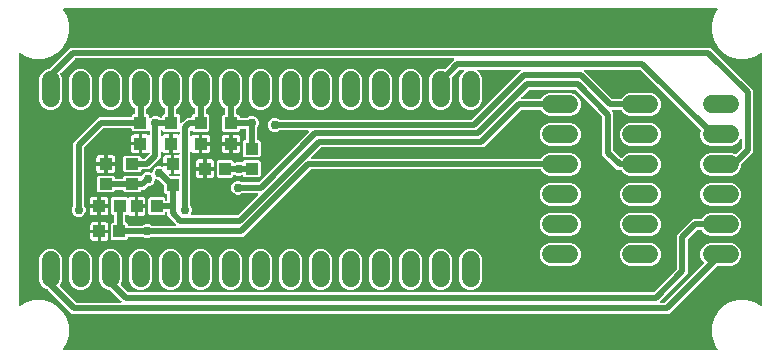
<source format=gbr>
G04 EAGLE Gerber RS-274X export*
G75*
%MOMM*%
%FSLAX34Y34*%
%LPD*%
%INBottom Copper*%
%IPPOS*%
%AMOC8*
5,1,8,0,0,1.08239X$1,22.5*%
G01*
%ADD10R,1.080000X1.050000*%
%ADD11R,1.050000X1.080000*%
%ADD12C,1.524000*%
%ADD13R,1.000000X1.100000*%
%ADD14R,1.100000X1.000000*%
%ADD15C,0.508000*%
%ADD16C,0.756400*%

G36*
X601290Y10176D02*
X601290Y10176D01*
X601385Y10185D01*
X601411Y10196D01*
X601439Y10200D01*
X601523Y10245D01*
X601610Y10283D01*
X601631Y10302D01*
X601656Y10316D01*
X601722Y10385D01*
X601792Y10449D01*
X601806Y10473D01*
X601825Y10494D01*
X601866Y10580D01*
X601912Y10664D01*
X601917Y10691D01*
X601929Y10717D01*
X601939Y10812D01*
X601957Y10905D01*
X601953Y10933D01*
X601956Y10961D01*
X601936Y11055D01*
X601922Y11149D01*
X601908Y11181D01*
X601904Y11202D01*
X601887Y11230D01*
X601855Y11303D01*
X598622Y16902D01*
X596839Y23556D01*
X596839Y30444D01*
X598622Y37098D01*
X602066Y43063D01*
X606937Y47934D01*
X612902Y51378D01*
X619556Y53161D01*
X626444Y53161D01*
X633098Y51378D01*
X638697Y48145D01*
X638786Y48111D01*
X638873Y48071D01*
X638901Y48068D01*
X638927Y48058D01*
X639023Y48054D01*
X639117Y48044D01*
X639145Y48050D01*
X639173Y48049D01*
X639265Y48076D01*
X639358Y48096D01*
X639382Y48111D01*
X639409Y48119D01*
X639487Y48173D01*
X639569Y48222D01*
X639587Y48244D01*
X639610Y48260D01*
X639667Y48337D01*
X639729Y48409D01*
X639739Y48436D01*
X639756Y48458D01*
X639785Y48549D01*
X639821Y48637D01*
X639825Y48673D01*
X639831Y48692D01*
X639831Y48725D01*
X639839Y48804D01*
X639839Y261196D01*
X639824Y261290D01*
X639815Y261385D01*
X639804Y261411D01*
X639800Y261439D01*
X639755Y261523D01*
X639717Y261610D01*
X639698Y261631D01*
X639684Y261656D01*
X639615Y261722D01*
X639551Y261792D01*
X639527Y261806D01*
X639506Y261825D01*
X639420Y261866D01*
X639336Y261912D01*
X639309Y261917D01*
X639283Y261929D01*
X639188Y261939D01*
X639095Y261957D01*
X639067Y261953D01*
X639039Y261956D01*
X638945Y261936D01*
X638851Y261922D01*
X638819Y261908D01*
X638798Y261904D01*
X638770Y261887D01*
X638697Y261855D01*
X633098Y258622D01*
X626444Y256839D01*
X619556Y256839D01*
X612902Y258622D01*
X606937Y262066D01*
X602066Y266937D01*
X598622Y272902D01*
X596839Y279556D01*
X596839Y286444D01*
X598622Y293098D01*
X601855Y298697D01*
X601889Y298786D01*
X601929Y298873D01*
X601932Y298901D01*
X601942Y298927D01*
X601946Y299023D01*
X601956Y299117D01*
X601950Y299145D01*
X601951Y299173D01*
X601924Y299265D01*
X601904Y299358D01*
X601889Y299382D01*
X601881Y299409D01*
X601827Y299487D01*
X601778Y299569D01*
X601756Y299587D01*
X601740Y299610D01*
X601663Y299667D01*
X601591Y299729D01*
X601564Y299739D01*
X601542Y299756D01*
X601451Y299785D01*
X601363Y299821D01*
X601327Y299825D01*
X601308Y299831D01*
X601275Y299831D01*
X601196Y299839D01*
X48804Y299839D01*
X48710Y299824D01*
X48615Y299815D01*
X48589Y299804D01*
X48561Y299800D01*
X48477Y299755D01*
X48390Y299717D01*
X48369Y299698D01*
X48344Y299684D01*
X48278Y299615D01*
X48208Y299551D01*
X48194Y299527D01*
X48175Y299506D01*
X48134Y299420D01*
X48088Y299336D01*
X48083Y299309D01*
X48071Y299283D01*
X48061Y299188D01*
X48043Y299095D01*
X48047Y299067D01*
X48044Y299039D01*
X48064Y298945D01*
X48078Y298851D01*
X48092Y298819D01*
X48096Y298798D01*
X48113Y298770D01*
X48145Y298697D01*
X51378Y293098D01*
X53161Y286444D01*
X53161Y279556D01*
X51378Y272902D01*
X47934Y266937D01*
X43063Y262066D01*
X37098Y258622D01*
X30444Y256839D01*
X23556Y256839D01*
X16902Y258622D01*
X11303Y261855D01*
X11214Y261889D01*
X11127Y261929D01*
X11099Y261932D01*
X11073Y261942D01*
X10977Y261946D01*
X10883Y261956D01*
X10855Y261950D01*
X10827Y261951D01*
X10735Y261924D01*
X10642Y261904D01*
X10618Y261889D01*
X10591Y261881D01*
X10513Y261827D01*
X10431Y261778D01*
X10413Y261756D01*
X10390Y261740D01*
X10333Y261663D01*
X10271Y261591D01*
X10261Y261564D01*
X10244Y261542D01*
X10215Y261451D01*
X10179Y261363D01*
X10175Y261327D01*
X10169Y261308D01*
X10169Y261275D01*
X10161Y261196D01*
X10161Y48804D01*
X10176Y48710D01*
X10185Y48615D01*
X10196Y48589D01*
X10200Y48561D01*
X10245Y48477D01*
X10283Y48390D01*
X10302Y48369D01*
X10316Y48344D01*
X10385Y48278D01*
X10449Y48208D01*
X10473Y48194D01*
X10494Y48175D01*
X10580Y48134D01*
X10664Y48088D01*
X10691Y48083D01*
X10717Y48071D01*
X10812Y48061D01*
X10905Y48043D01*
X10933Y48047D01*
X10961Y48044D01*
X11055Y48064D01*
X11149Y48078D01*
X11181Y48092D01*
X11202Y48096D01*
X11230Y48113D01*
X11303Y48145D01*
X16902Y51378D01*
X23556Y53161D01*
X30444Y53161D01*
X37098Y51378D01*
X43063Y47934D01*
X47934Y43063D01*
X51378Y37098D01*
X53161Y30444D01*
X53161Y23556D01*
X51378Y16902D01*
X48145Y11303D01*
X48111Y11214D01*
X48071Y11127D01*
X48068Y11099D01*
X48058Y11073D01*
X48054Y10977D01*
X48044Y10883D01*
X48050Y10855D01*
X48049Y10827D01*
X48076Y10735D01*
X48096Y10642D01*
X48111Y10618D01*
X48119Y10591D01*
X48173Y10513D01*
X48222Y10431D01*
X48244Y10413D01*
X48260Y10390D01*
X48337Y10333D01*
X48409Y10271D01*
X48436Y10261D01*
X48458Y10244D01*
X48549Y10215D01*
X48637Y10179D01*
X48673Y10175D01*
X48692Y10169D01*
X48725Y10169D01*
X48804Y10161D01*
X601196Y10161D01*
X601290Y10176D01*
G37*
%LPC*%
G36*
X89651Y103349D02*
X89651Y103349D01*
X88449Y104551D01*
X88449Y117249D01*
X89651Y118451D01*
X90398Y118451D01*
X90418Y118454D01*
X90437Y118452D01*
X90539Y118474D01*
X90641Y118490D01*
X90658Y118500D01*
X90678Y118504D01*
X90767Y118557D01*
X90858Y118606D01*
X90872Y118620D01*
X90889Y118630D01*
X90956Y118709D01*
X91028Y118784D01*
X91036Y118802D01*
X91049Y118817D01*
X91088Y118913D01*
X91131Y119007D01*
X91133Y119027D01*
X91141Y119045D01*
X91159Y119212D01*
X91159Y124188D01*
X91156Y124208D01*
X91158Y124227D01*
X91136Y124329D01*
X91120Y124431D01*
X91110Y124448D01*
X91106Y124468D01*
X91053Y124557D01*
X91004Y124648D01*
X90990Y124662D01*
X90980Y124679D01*
X90901Y124746D01*
X90826Y124818D01*
X90808Y124826D01*
X90793Y124839D01*
X90697Y124878D01*
X90603Y124921D01*
X90583Y124923D01*
X90565Y124931D01*
X90398Y124949D01*
X89651Y124949D01*
X88449Y126151D01*
X88449Y138649D01*
X89651Y139851D01*
X101849Y139851D01*
X102065Y139635D01*
X102081Y139623D01*
X102094Y139608D01*
X102181Y139552D01*
X102265Y139491D01*
X102284Y139486D01*
X102301Y139475D01*
X102401Y139450D01*
X102500Y139419D01*
X102520Y139420D01*
X102539Y139415D01*
X102642Y139423D01*
X102746Y139425D01*
X102765Y139432D01*
X102785Y139434D01*
X102880Y139474D01*
X102977Y139510D01*
X102993Y139522D01*
X103011Y139530D01*
X103142Y139635D01*
X103440Y139933D01*
X104019Y140268D01*
X104666Y140441D01*
X108477Y140441D01*
X108477Y133162D01*
X108480Y133142D01*
X108478Y133123D01*
X108500Y133021D01*
X108517Y132919D01*
X108526Y132902D01*
X108530Y132882D01*
X108583Y132793D01*
X108632Y132702D01*
X108646Y132688D01*
X108656Y132671D01*
X108735Y132604D01*
X108810Y132533D01*
X108828Y132524D01*
X108843Y132511D01*
X108939Y132472D01*
X109033Y132429D01*
X109053Y132427D01*
X109071Y132419D01*
X109238Y132401D01*
X110001Y132401D01*
X110001Y132399D01*
X109238Y132399D01*
X109218Y132396D01*
X109199Y132398D01*
X109097Y132376D01*
X108995Y132359D01*
X108978Y132350D01*
X108958Y132346D01*
X108869Y132293D01*
X108778Y132244D01*
X108764Y132230D01*
X108747Y132220D01*
X108680Y132141D01*
X108609Y132066D01*
X108600Y132048D01*
X108587Y132033D01*
X108548Y131937D01*
X108505Y131843D01*
X108503Y131823D01*
X108495Y131805D01*
X108477Y131638D01*
X108477Y124359D01*
X104666Y124359D01*
X104019Y124532D01*
X103440Y124867D01*
X103142Y125165D01*
X103126Y125177D01*
X103113Y125192D01*
X103026Y125248D01*
X102942Y125309D01*
X102923Y125314D01*
X102906Y125325D01*
X102806Y125350D01*
X102707Y125381D01*
X102687Y125380D01*
X102668Y125385D01*
X102565Y125377D01*
X102461Y125375D01*
X102442Y125368D01*
X102422Y125366D01*
X102327Y125326D01*
X102230Y125290D01*
X102215Y125278D01*
X102196Y125270D01*
X102065Y125165D01*
X101849Y124949D01*
X101102Y124949D01*
X101082Y124946D01*
X101063Y124948D01*
X100961Y124926D01*
X100859Y124910D01*
X100842Y124900D01*
X100822Y124896D01*
X100733Y124843D01*
X100642Y124794D01*
X100628Y124780D01*
X100611Y124770D01*
X100544Y124691D01*
X100472Y124616D01*
X100464Y124598D01*
X100451Y124583D01*
X100412Y124487D01*
X100369Y124393D01*
X100367Y124373D01*
X100359Y124355D01*
X100341Y124188D01*
X100341Y119212D01*
X100344Y119192D01*
X100342Y119173D01*
X100364Y119071D01*
X100380Y118969D01*
X100390Y118952D01*
X100394Y118932D01*
X100447Y118843D01*
X100496Y118752D01*
X100510Y118738D01*
X100520Y118721D01*
X100599Y118654D01*
X100674Y118582D01*
X100692Y118574D01*
X100707Y118561D01*
X100803Y118522D01*
X100897Y118479D01*
X100917Y118477D01*
X100935Y118469D01*
X101102Y118451D01*
X101349Y118451D01*
X102551Y117249D01*
X102551Y116252D01*
X102554Y116232D01*
X102552Y116213D01*
X102574Y116111D01*
X102590Y116009D01*
X102600Y115992D01*
X102604Y115972D01*
X102657Y115883D01*
X102706Y115792D01*
X102720Y115778D01*
X102730Y115761D01*
X102809Y115694D01*
X102884Y115622D01*
X102902Y115614D01*
X102917Y115601D01*
X103013Y115562D01*
X103107Y115519D01*
X103127Y115517D01*
X103145Y115509D01*
X103312Y115491D01*
X114927Y115491D01*
X115017Y115505D01*
X115108Y115513D01*
X115138Y115525D01*
X115169Y115530D01*
X115250Y115573D01*
X115334Y115609D01*
X115366Y115635D01*
X115387Y115646D01*
X115409Y115669D01*
X115465Y115714D01*
X115696Y115945D01*
X117840Y116833D01*
X120160Y116833D01*
X122304Y115945D01*
X122435Y115814D01*
X122509Y115761D01*
X122578Y115701D01*
X122608Y115689D01*
X122635Y115670D01*
X122722Y115643D01*
X122807Y115609D01*
X122847Y115605D01*
X122870Y115598D01*
X122902Y115599D01*
X122973Y115591D01*
X143079Y115591D01*
X143150Y115602D01*
X143222Y115604D01*
X143271Y115622D01*
X143322Y115630D01*
X143385Y115664D01*
X143453Y115689D01*
X143493Y115721D01*
X143539Y115746D01*
X143589Y115798D01*
X143645Y115842D01*
X143673Y115886D01*
X143709Y115924D01*
X143739Y115989D01*
X143778Y116049D01*
X143790Y116100D01*
X143812Y116147D01*
X143820Y116218D01*
X143838Y116288D01*
X143834Y116340D01*
X143839Y116391D01*
X143824Y116462D01*
X143819Y116533D01*
X143798Y116581D01*
X143787Y116632D01*
X143750Y116693D01*
X143722Y116759D01*
X143677Y116815D01*
X143661Y116843D01*
X143643Y116858D01*
X143617Y116890D01*
X142186Y118321D01*
X135909Y124598D01*
X135909Y127048D01*
X135906Y127068D01*
X135908Y127087D01*
X135886Y127189D01*
X135870Y127291D01*
X135860Y127308D01*
X135856Y127328D01*
X135803Y127417D01*
X135754Y127508D01*
X135740Y127522D01*
X135730Y127539D01*
X135651Y127606D01*
X135576Y127678D01*
X135558Y127686D01*
X135543Y127699D01*
X135447Y127738D01*
X135353Y127781D01*
X135333Y127783D01*
X135315Y127791D01*
X135148Y127809D01*
X134812Y127809D01*
X134792Y127806D01*
X134773Y127808D01*
X134671Y127786D01*
X134569Y127770D01*
X134552Y127760D01*
X134532Y127756D01*
X134443Y127703D01*
X134352Y127654D01*
X134338Y127640D01*
X134321Y127630D01*
X134254Y127551D01*
X134182Y127476D01*
X134174Y127458D01*
X134161Y127443D01*
X134122Y127347D01*
X134079Y127253D01*
X134077Y127233D01*
X134069Y127215D01*
X134051Y127048D01*
X134051Y126051D01*
X132849Y124849D01*
X121151Y124849D01*
X119949Y126051D01*
X119949Y138749D01*
X121151Y139951D01*
X132849Y139951D01*
X134051Y138749D01*
X134051Y137752D01*
X134054Y137732D01*
X134052Y137713D01*
X134074Y137611D01*
X134090Y137509D01*
X134100Y137492D01*
X134104Y137472D01*
X134157Y137383D01*
X134206Y137292D01*
X134220Y137278D01*
X134230Y137261D01*
X134309Y137194D01*
X134384Y137122D01*
X134402Y137114D01*
X134417Y137101D01*
X134513Y137062D01*
X134607Y137019D01*
X134627Y137017D01*
X134645Y137009D01*
X134812Y136991D01*
X135148Y136991D01*
X135168Y136994D01*
X135187Y136992D01*
X135289Y137014D01*
X135391Y137030D01*
X135408Y137040D01*
X135428Y137044D01*
X135517Y137097D01*
X135608Y137146D01*
X135622Y137160D01*
X135639Y137170D01*
X135706Y137249D01*
X135778Y137324D01*
X135786Y137342D01*
X135799Y137357D01*
X135838Y137453D01*
X135881Y137547D01*
X135883Y137567D01*
X135891Y137585D01*
X135909Y137752D01*
X135909Y142188D01*
X135906Y142208D01*
X135908Y142227D01*
X135886Y142329D01*
X135870Y142431D01*
X135860Y142448D01*
X135856Y142468D01*
X135803Y142557D01*
X135754Y142648D01*
X135740Y142662D01*
X135730Y142679D01*
X135651Y142746D01*
X135576Y142818D01*
X135558Y142826D01*
X135543Y142839D01*
X135447Y142878D01*
X135353Y142921D01*
X135333Y142923D01*
X135315Y142931D01*
X135148Y142949D01*
X134351Y142949D01*
X133149Y144151D01*
X133149Y150043D01*
X133135Y150133D01*
X133127Y150224D01*
X133115Y150254D01*
X133110Y150286D01*
X133067Y150367D01*
X133031Y150450D01*
X133005Y150483D01*
X132994Y150503D01*
X132971Y150525D01*
X132926Y150581D01*
X129063Y154444D01*
X128989Y154497D01*
X128920Y154557D01*
X128890Y154569D01*
X128864Y154588D01*
X128777Y154615D01*
X128692Y154649D01*
X128651Y154653D01*
X128629Y154660D01*
X128596Y154659D01*
X128525Y154667D01*
X128208Y154667D01*
X126385Y155422D01*
X126341Y155433D01*
X126299Y155452D01*
X126222Y155461D01*
X126146Y155478D01*
X126100Y155474D01*
X126055Y155479D01*
X125978Y155463D01*
X125901Y155455D01*
X125859Y155437D01*
X125814Y155427D01*
X125747Y155387D01*
X125676Y155355D01*
X125642Y155324D01*
X125603Y155301D01*
X125552Y155242D01*
X125495Y155189D01*
X125473Y155149D01*
X125443Y155114D01*
X125414Y155042D01*
X125377Y154973D01*
X125368Y154928D01*
X125351Y154886D01*
X125336Y154750D01*
X125333Y154731D01*
X125334Y154726D01*
X125333Y154719D01*
X125333Y154340D01*
X124445Y152196D01*
X122804Y150555D01*
X120660Y149667D01*
X120475Y149667D01*
X120385Y149653D01*
X120294Y149645D01*
X120264Y149633D01*
X120232Y149628D01*
X120151Y149585D01*
X120068Y149549D01*
X120035Y149523D01*
X120015Y149512D01*
X119993Y149489D01*
X119937Y149444D01*
X116902Y146409D01*
X114812Y146409D01*
X114792Y146406D01*
X114773Y146408D01*
X114671Y146386D01*
X114569Y146370D01*
X114552Y146360D01*
X114532Y146356D01*
X114443Y146303D01*
X114352Y146254D01*
X114338Y146240D01*
X114321Y146230D01*
X114254Y146151D01*
X114182Y146076D01*
X114174Y146058D01*
X114161Y146043D01*
X114122Y145947D01*
X114079Y145853D01*
X114077Y145833D01*
X114069Y145815D01*
X114051Y145648D01*
X114051Y145151D01*
X112849Y143949D01*
X100151Y143949D01*
X98949Y145151D01*
X98949Y145648D01*
X98946Y145668D01*
X98948Y145687D01*
X98926Y145789D01*
X98910Y145891D01*
X98900Y145908D01*
X98896Y145928D01*
X98843Y146017D01*
X98794Y146108D01*
X98780Y146122D01*
X98770Y146139D01*
X98691Y146206D01*
X98616Y146278D01*
X98598Y146286D01*
X98583Y146299D01*
X98487Y146338D01*
X98393Y146381D01*
X98373Y146383D01*
X98355Y146391D01*
X98188Y146409D01*
X92312Y146409D01*
X92292Y146406D01*
X92273Y146408D01*
X92171Y146386D01*
X92069Y146370D01*
X92052Y146360D01*
X92032Y146356D01*
X91943Y146303D01*
X91852Y146254D01*
X91838Y146240D01*
X91821Y146230D01*
X91754Y146151D01*
X91682Y146076D01*
X91674Y146058D01*
X91661Y146043D01*
X91622Y145947D01*
X91579Y145853D01*
X91577Y145833D01*
X91569Y145815D01*
X91551Y145648D01*
X91551Y145151D01*
X90349Y143949D01*
X77651Y143949D01*
X76449Y145151D01*
X76449Y156849D01*
X77651Y158051D01*
X90349Y158051D01*
X91551Y156849D01*
X91551Y156352D01*
X91554Y156332D01*
X91552Y156313D01*
X91574Y156211D01*
X91590Y156109D01*
X91600Y156092D01*
X91604Y156072D01*
X91657Y155983D01*
X91706Y155892D01*
X91720Y155878D01*
X91730Y155861D01*
X91809Y155794D01*
X91884Y155722D01*
X91902Y155714D01*
X91917Y155701D01*
X92013Y155662D01*
X92107Y155619D01*
X92127Y155617D01*
X92145Y155609D01*
X92312Y155591D01*
X98188Y155591D01*
X98208Y155594D01*
X98227Y155592D01*
X98329Y155614D01*
X98431Y155630D01*
X98448Y155640D01*
X98468Y155644D01*
X98557Y155697D01*
X98648Y155746D01*
X98662Y155760D01*
X98679Y155770D01*
X98746Y155849D01*
X98818Y155924D01*
X98826Y155942D01*
X98839Y155957D01*
X98878Y156053D01*
X98921Y156147D01*
X98923Y156167D01*
X98931Y156185D01*
X98949Y156352D01*
X98949Y156849D01*
X100151Y158051D01*
X112849Y158051D01*
X113029Y157871D01*
X113067Y157844D01*
X113098Y157810D01*
X113166Y157773D01*
X113229Y157727D01*
X113273Y157714D01*
X113313Y157692D01*
X113390Y157678D01*
X113464Y157655D01*
X113510Y157656D01*
X113555Y157648D01*
X113632Y157659D01*
X113710Y157661D01*
X113753Y157677D01*
X113799Y157684D01*
X113868Y157719D01*
X113941Y157746D01*
X113977Y157774D01*
X114018Y157795D01*
X114072Y157851D01*
X114133Y157899D01*
X114158Y157938D01*
X114190Y157971D01*
X114256Y158090D01*
X114266Y158106D01*
X114267Y158111D01*
X114271Y158118D01*
X114555Y158804D01*
X116196Y160445D01*
X118340Y161333D01*
X120660Y161333D01*
X122483Y160578D01*
X122527Y160567D01*
X122569Y160548D01*
X122646Y160539D01*
X122722Y160522D01*
X122768Y160526D01*
X122813Y160521D01*
X122890Y160537D01*
X122967Y160545D01*
X123009Y160563D01*
X123054Y160573D01*
X123121Y160613D01*
X123192Y160645D01*
X123226Y160676D01*
X123265Y160699D01*
X123316Y160758D01*
X123373Y160811D01*
X123395Y160851D01*
X123425Y160886D01*
X123454Y160958D01*
X123491Y161027D01*
X123500Y161072D01*
X123517Y161114D01*
X123532Y161250D01*
X123535Y161269D01*
X123534Y161274D01*
X123535Y161281D01*
X123535Y161660D01*
X124423Y163804D01*
X126064Y165445D01*
X128208Y166333D01*
X130528Y166333D01*
X131607Y165886D01*
X131651Y165875D01*
X131693Y165856D01*
X131770Y165848D01*
X131846Y165830D01*
X131892Y165834D01*
X131937Y165829D01*
X132014Y165846D01*
X132091Y165853D01*
X132133Y165872D01*
X132178Y165881D01*
X132245Y165921D01*
X132316Y165953D01*
X132350Y165984D01*
X132389Y166008D01*
X132440Y166067D01*
X132497Y166119D01*
X132519Y166160D01*
X132549Y166194D01*
X132562Y166227D01*
X139077Y166227D01*
X139077Y159959D01*
X138371Y159959D01*
X138300Y159948D01*
X138228Y159946D01*
X138179Y159928D01*
X138128Y159920D01*
X138065Y159886D01*
X137997Y159861D01*
X137957Y159829D01*
X137911Y159804D01*
X137861Y159752D01*
X137805Y159708D01*
X137777Y159664D01*
X137741Y159626D01*
X137711Y159561D01*
X137672Y159501D01*
X137660Y159450D01*
X137638Y159403D01*
X137630Y159332D01*
X137612Y159262D01*
X137616Y159210D01*
X137611Y159159D01*
X137626Y159088D01*
X137631Y159017D01*
X137652Y158969D01*
X137663Y158918D01*
X137700Y158857D01*
X137728Y158791D01*
X137773Y158735D01*
X137789Y158707D01*
X137807Y158692D01*
X137833Y158660D01*
X138719Y157774D01*
X138793Y157721D01*
X138862Y157661D01*
X138892Y157649D01*
X138918Y157630D01*
X139005Y157603D01*
X139090Y157569D01*
X139131Y157565D01*
X139153Y157558D01*
X139186Y157559D01*
X139257Y157551D01*
X145648Y157551D01*
X145668Y157554D01*
X145687Y157552D01*
X145789Y157574D01*
X145891Y157590D01*
X145908Y157600D01*
X145928Y157604D01*
X146017Y157657D01*
X146108Y157706D01*
X146122Y157720D01*
X146139Y157730D01*
X146206Y157809D01*
X146278Y157884D01*
X146286Y157902D01*
X146299Y157917D01*
X146338Y158013D01*
X146381Y158107D01*
X146383Y158127D01*
X146391Y158145D01*
X146409Y158312D01*
X146409Y159198D01*
X146406Y159218D01*
X146408Y159237D01*
X146386Y159339D01*
X146370Y159441D01*
X146360Y159458D01*
X146356Y159478D01*
X146303Y159567D01*
X146254Y159658D01*
X146240Y159672D01*
X146230Y159689D01*
X146151Y159756D01*
X146076Y159828D01*
X146058Y159836D01*
X146043Y159849D01*
X145947Y159888D01*
X145853Y159931D01*
X145833Y159933D01*
X145815Y159941D01*
X145648Y159959D01*
X142123Y159959D01*
X142123Y166988D01*
X142121Y167004D01*
X142122Y167018D01*
X142121Y167021D01*
X142122Y167027D01*
X142100Y167129D01*
X142083Y167231D01*
X142074Y167248D01*
X142070Y167268D01*
X142017Y167357D01*
X141968Y167448D01*
X141954Y167462D01*
X141944Y167479D01*
X141865Y167546D01*
X141790Y167617D01*
X141772Y167626D01*
X141757Y167639D01*
X141661Y167678D01*
X141567Y167721D01*
X141547Y167723D01*
X141529Y167731D01*
X141362Y167749D01*
X140599Y167749D01*
X140599Y167751D01*
X141362Y167751D01*
X141382Y167754D01*
X141401Y167752D01*
X141503Y167774D01*
X141605Y167791D01*
X141622Y167800D01*
X141642Y167804D01*
X141731Y167857D01*
X141822Y167906D01*
X141836Y167920D01*
X141853Y167930D01*
X141920Y168009D01*
X141991Y168084D01*
X142000Y168102D01*
X142013Y168117D01*
X142052Y168213D01*
X142095Y168307D01*
X142097Y168327D01*
X142105Y168345D01*
X142123Y168512D01*
X142123Y175541D01*
X145648Y175541D01*
X145668Y175544D01*
X145687Y175542D01*
X145789Y175564D01*
X145891Y175580D01*
X145908Y175590D01*
X145928Y175594D01*
X146017Y175647D01*
X146108Y175696D01*
X146122Y175710D01*
X146139Y175720D01*
X146206Y175799D01*
X146278Y175874D01*
X146286Y175892D01*
X146299Y175907D01*
X146338Y176003D01*
X146381Y176097D01*
X146383Y176117D01*
X146391Y176135D01*
X146409Y176302D01*
X146409Y176836D01*
X146390Y176952D01*
X146372Y177070D01*
X146370Y177074D01*
X146370Y177078D01*
X146314Y177184D01*
X146259Y177289D01*
X146256Y177292D01*
X146254Y177296D01*
X146167Y177378D01*
X146083Y177460D01*
X146079Y177462D01*
X146076Y177465D01*
X145968Y177515D01*
X145861Y177566D01*
X145857Y177567D01*
X145853Y177569D01*
X145735Y177582D01*
X145617Y177596D01*
X145612Y177595D01*
X145609Y177596D01*
X145595Y177593D01*
X145451Y177571D01*
X145034Y177459D01*
X140823Y177459D01*
X140823Y184488D01*
X140820Y184507D01*
X140822Y184526D01*
X140822Y184527D01*
X140800Y184629D01*
X140783Y184731D01*
X140774Y184748D01*
X140770Y184768D01*
X140717Y184857D01*
X140668Y184948D01*
X140654Y184962D01*
X140644Y184979D01*
X140565Y185046D01*
X140490Y185117D01*
X140472Y185126D01*
X140457Y185139D01*
X140361Y185178D01*
X140267Y185221D01*
X140247Y185223D01*
X140229Y185231D01*
X140062Y185249D01*
X138538Y185249D01*
X138518Y185246D01*
X138499Y185248D01*
X138397Y185226D01*
X138295Y185209D01*
X138278Y185200D01*
X138258Y185196D01*
X138169Y185143D01*
X138078Y185094D01*
X138064Y185080D01*
X138047Y185070D01*
X137980Y184991D01*
X137909Y184916D01*
X137900Y184898D01*
X137887Y184883D01*
X137848Y184787D01*
X137805Y184693D01*
X137803Y184673D01*
X137795Y184655D01*
X137777Y184488D01*
X137777Y177459D01*
X133566Y177459D01*
X132919Y177632D01*
X132340Y177967D01*
X131890Y178417D01*
X131832Y178459D01*
X131780Y178508D01*
X131733Y178530D01*
X131691Y178560D01*
X131622Y178581D01*
X131557Y178611D01*
X131505Y178617D01*
X131455Y178633D01*
X131384Y178631D01*
X131313Y178639D01*
X131262Y178627D01*
X131210Y178626D01*
X131142Y178602D01*
X131072Y178586D01*
X131027Y178560D01*
X130979Y178542D01*
X130923Y178497D01*
X130861Y178460D01*
X130827Y178421D01*
X130787Y178388D01*
X130748Y178328D01*
X130701Y178273D01*
X130682Y178225D01*
X130654Y178181D01*
X130636Y178112D01*
X130609Y178045D01*
X130601Y177974D01*
X130593Y177943D01*
X130595Y177919D01*
X130591Y177878D01*
X130591Y173098D01*
X120902Y163409D01*
X114812Y163409D01*
X114792Y163406D01*
X114773Y163408D01*
X114671Y163386D01*
X114569Y163370D01*
X114552Y163360D01*
X114532Y163356D01*
X114443Y163303D01*
X114352Y163254D01*
X114338Y163240D01*
X114321Y163230D01*
X114254Y163151D01*
X114182Y163076D01*
X114174Y163058D01*
X114161Y163043D01*
X114122Y162947D01*
X114079Y162853D01*
X114077Y162833D01*
X114069Y162815D01*
X114051Y162648D01*
X114051Y162151D01*
X112849Y160949D01*
X100151Y160949D01*
X98949Y162151D01*
X98949Y173849D01*
X100151Y175051D01*
X112849Y175051D01*
X114051Y173849D01*
X114051Y173352D01*
X114054Y173332D01*
X114052Y173313D01*
X114074Y173211D01*
X114090Y173109D01*
X114100Y173092D01*
X114104Y173072D01*
X114157Y172983D01*
X114206Y172892D01*
X114220Y172878D01*
X114230Y172861D01*
X114309Y172794D01*
X114384Y172722D01*
X114402Y172714D01*
X114417Y172701D01*
X114513Y172662D01*
X114607Y172619D01*
X114627Y172617D01*
X114645Y172609D01*
X114812Y172591D01*
X116783Y172591D01*
X116873Y172605D01*
X116964Y172613D01*
X116994Y172625D01*
X117026Y172630D01*
X117107Y172673D01*
X117190Y172709D01*
X117223Y172735D01*
X117243Y172746D01*
X117265Y172769D01*
X117321Y172814D01*
X121186Y176679D01*
X121239Y176753D01*
X121299Y176822D01*
X121311Y176852D01*
X121330Y176878D01*
X121357Y176965D01*
X121391Y177050D01*
X121395Y177091D01*
X121402Y177113D01*
X121401Y177146D01*
X121409Y177217D01*
X121409Y177412D01*
X121394Y177506D01*
X121385Y177601D01*
X121374Y177627D01*
X121370Y177655D01*
X121325Y177739D01*
X121287Y177826D01*
X121268Y177847D01*
X121254Y177872D01*
X121185Y177938D01*
X121121Y178008D01*
X121097Y178022D01*
X121076Y178041D01*
X120990Y178082D01*
X120906Y178128D01*
X120879Y178133D01*
X120853Y178145D01*
X120758Y178156D01*
X120665Y178173D01*
X120637Y178169D01*
X120609Y178172D01*
X120515Y178152D01*
X120421Y178139D01*
X120389Y178124D01*
X120368Y178120D01*
X120340Y178103D01*
X120267Y178071D01*
X119681Y177732D01*
X119034Y177559D01*
X114823Y177559D01*
X114823Y184588D01*
X114820Y184608D01*
X114822Y184627D01*
X114800Y184729D01*
X114783Y184831D01*
X114774Y184848D01*
X114770Y184868D01*
X114717Y184957D01*
X114668Y185048D01*
X114654Y185062D01*
X114644Y185079D01*
X114565Y185146D01*
X114490Y185217D01*
X114472Y185226D01*
X114457Y185239D01*
X114361Y185278D01*
X114267Y185321D01*
X114247Y185323D01*
X114229Y185331D01*
X114062Y185349D01*
X113299Y185349D01*
X113299Y185351D01*
X114062Y185351D01*
X114082Y185354D01*
X114101Y185352D01*
X114203Y185374D01*
X114305Y185391D01*
X114322Y185400D01*
X114342Y185404D01*
X114431Y185457D01*
X114522Y185506D01*
X114536Y185520D01*
X114553Y185530D01*
X114620Y185609D01*
X114691Y185684D01*
X114700Y185702D01*
X114713Y185717D01*
X114752Y185813D01*
X114795Y185907D01*
X114797Y185927D01*
X114805Y185945D01*
X114823Y186112D01*
X114823Y193141D01*
X119034Y193141D01*
X119681Y192968D01*
X120267Y192629D01*
X120357Y192595D01*
X120443Y192555D01*
X120471Y192552D01*
X120497Y192542D01*
X120593Y192538D01*
X120687Y192528D01*
X120715Y192534D01*
X120743Y192533D01*
X120835Y192560D01*
X120928Y192580D01*
X120952Y192595D01*
X120979Y192603D01*
X121057Y192657D01*
X121139Y192706D01*
X121157Y192728D01*
X121180Y192744D01*
X121237Y192821D01*
X121299Y192893D01*
X121309Y192919D01*
X121326Y192942D01*
X121355Y193033D01*
X121391Y193121D01*
X121395Y193157D01*
X121401Y193176D01*
X121401Y193209D01*
X121409Y193288D01*
X121409Y195571D01*
X121398Y195642D01*
X121396Y195714D01*
X121378Y195763D01*
X121370Y195814D01*
X121336Y195877D01*
X121311Y195945D01*
X121279Y195985D01*
X121254Y196031D01*
X121202Y196081D01*
X121158Y196137D01*
X121114Y196165D01*
X121076Y196201D01*
X121011Y196231D01*
X120951Y196270D01*
X120900Y196282D01*
X120853Y196304D01*
X120782Y196312D01*
X120712Y196330D01*
X120660Y196326D01*
X120609Y196332D01*
X120538Y196316D01*
X120467Y196311D01*
X120419Y196290D01*
X120368Y196279D01*
X120307Y196242D01*
X120241Y196214D01*
X120185Y196170D01*
X120157Y196153D01*
X120142Y196135D01*
X120110Y196110D01*
X119549Y195549D01*
X107051Y195549D01*
X105849Y196751D01*
X105849Y197498D01*
X105846Y197518D01*
X105848Y197537D01*
X105826Y197639D01*
X105810Y197741D01*
X105800Y197758D01*
X105796Y197778D01*
X105743Y197867D01*
X105694Y197958D01*
X105680Y197972D01*
X105670Y197989D01*
X105591Y198056D01*
X105516Y198128D01*
X105498Y198136D01*
X105483Y198149D01*
X105387Y198188D01*
X105293Y198231D01*
X105273Y198233D01*
X105255Y198241D01*
X105088Y198259D01*
X82067Y198259D01*
X81977Y198245D01*
X81886Y198237D01*
X81856Y198225D01*
X81824Y198220D01*
X81743Y198177D01*
X81660Y198141D01*
X81627Y198115D01*
X81607Y198104D01*
X81585Y198081D01*
X81529Y198036D01*
X65814Y182321D01*
X65761Y182247D01*
X65701Y182178D01*
X65689Y182148D01*
X65670Y182122D01*
X65643Y182035D01*
X65609Y181950D01*
X65605Y181909D01*
X65598Y181887D01*
X65599Y181854D01*
X65591Y181783D01*
X65591Y132973D01*
X65605Y132883D01*
X65613Y132792D01*
X65625Y132762D01*
X65630Y132731D01*
X65673Y132650D01*
X65709Y132566D01*
X65735Y132534D01*
X65746Y132513D01*
X65769Y132491D01*
X65814Y132435D01*
X65945Y132304D01*
X66833Y130160D01*
X66833Y127840D01*
X65945Y125696D01*
X64304Y124055D01*
X62160Y123167D01*
X59840Y123167D01*
X57696Y124055D01*
X56055Y125696D01*
X55167Y127840D01*
X55167Y130160D01*
X56055Y132304D01*
X56186Y132435D01*
X56239Y132509D01*
X56299Y132578D01*
X56311Y132608D01*
X56330Y132635D01*
X56357Y132722D01*
X56391Y132807D01*
X56395Y132847D01*
X56402Y132870D01*
X56401Y132902D01*
X56409Y132973D01*
X56409Y185902D01*
X77948Y207441D01*
X105088Y207441D01*
X105108Y207444D01*
X105127Y207442D01*
X105229Y207464D01*
X105331Y207480D01*
X105348Y207490D01*
X105368Y207494D01*
X105457Y207547D01*
X105548Y207596D01*
X105562Y207610D01*
X105579Y207620D01*
X105646Y207699D01*
X105718Y207774D01*
X105726Y207792D01*
X105739Y207807D01*
X105778Y207903D01*
X105821Y207997D01*
X105823Y208017D01*
X105831Y208035D01*
X105849Y208202D01*
X105849Y208949D01*
X107051Y210151D01*
X108248Y210151D01*
X108268Y210154D01*
X108287Y210152D01*
X108389Y210174D01*
X108491Y210190D01*
X108508Y210200D01*
X108528Y210204D01*
X108617Y210257D01*
X108708Y210306D01*
X108722Y210320D01*
X108739Y210330D01*
X108806Y210409D01*
X108878Y210484D01*
X108886Y210502D01*
X108899Y210517D01*
X108938Y210613D01*
X108981Y210707D01*
X108983Y210727D01*
X108991Y210745D01*
X109009Y210912D01*
X109009Y214505D01*
X108990Y214620D01*
X108973Y214736D01*
X108971Y214742D01*
X108970Y214748D01*
X108915Y214851D01*
X108862Y214956D01*
X108857Y214960D01*
X108854Y214965D01*
X108770Y215046D01*
X108686Y215128D01*
X108680Y215131D01*
X108676Y215135D01*
X108659Y215143D01*
X108539Y215209D01*
X108122Y215382D01*
X105402Y218102D01*
X103929Y221656D01*
X103929Y240744D01*
X105402Y244298D01*
X108122Y247018D01*
X111676Y248491D01*
X115524Y248491D01*
X119078Y247018D01*
X121798Y244298D01*
X123271Y240744D01*
X123271Y221656D01*
X121798Y218102D01*
X119078Y215382D01*
X118661Y215209D01*
X118561Y215147D01*
X118461Y215087D01*
X118457Y215082D01*
X118452Y215079D01*
X118377Y214989D01*
X118301Y214900D01*
X118299Y214894D01*
X118295Y214890D01*
X118253Y214782D01*
X118209Y214672D01*
X118208Y214665D01*
X118207Y214660D01*
X118206Y214642D01*
X118191Y214505D01*
X118191Y210912D01*
X118194Y210892D01*
X118192Y210873D01*
X118214Y210771D01*
X118230Y210669D01*
X118240Y210652D01*
X118244Y210632D01*
X118297Y210543D01*
X118346Y210452D01*
X118360Y210438D01*
X118370Y210421D01*
X118449Y210354D01*
X118524Y210282D01*
X118542Y210274D01*
X118557Y210261D01*
X118653Y210222D01*
X118747Y210179D01*
X118767Y210177D01*
X118785Y210169D01*
X118952Y210151D01*
X119549Y210151D01*
X120751Y208949D01*
X120751Y207465D01*
X120762Y207395D01*
X120764Y207323D01*
X120782Y207274D01*
X120790Y207223D01*
X120824Y207159D01*
X120849Y207092D01*
X120881Y207051D01*
X120906Y207005D01*
X120958Y206956D01*
X121002Y206900D01*
X121046Y206872D01*
X121084Y206836D01*
X121149Y206806D01*
X121209Y206767D01*
X121260Y206754D01*
X121307Y206732D01*
X121378Y206724D01*
X121448Y206707D01*
X121500Y206711D01*
X121551Y206705D01*
X121622Y206720D01*
X121693Y206726D01*
X121741Y206746D01*
X121792Y206757D01*
X121853Y206794D01*
X121919Y206822D01*
X121975Y206867D01*
X122003Y206883D01*
X122018Y206901D01*
X122050Y206927D01*
X122696Y207573D01*
X124840Y208461D01*
X127160Y208461D01*
X129304Y207573D01*
X129313Y207564D01*
X129387Y207511D01*
X129456Y207451D01*
X129487Y207439D01*
X129513Y207420D01*
X129600Y207393D01*
X129685Y207359D01*
X129726Y207355D01*
X129748Y207348D01*
X129780Y207349D01*
X129851Y207341D01*
X131088Y207341D01*
X131108Y207344D01*
X131127Y207342D01*
X131229Y207364D01*
X131331Y207380D01*
X131348Y207390D01*
X131368Y207394D01*
X131457Y207447D01*
X131548Y207496D01*
X131562Y207510D01*
X131579Y207520D01*
X131646Y207599D01*
X131718Y207674D01*
X131726Y207692D01*
X131739Y207707D01*
X131778Y207803D01*
X131821Y207897D01*
X131823Y207917D01*
X131831Y207935D01*
X131849Y208102D01*
X131849Y208849D01*
X133051Y210051D01*
X133648Y210051D01*
X133668Y210054D01*
X133687Y210052D01*
X133789Y210074D01*
X133891Y210090D01*
X133908Y210100D01*
X133928Y210104D01*
X134017Y210157D01*
X134108Y210206D01*
X134122Y210220D01*
X134139Y210230D01*
X134206Y210309D01*
X134278Y210384D01*
X134286Y210402D01*
X134299Y210417D01*
X134338Y210513D01*
X134381Y210607D01*
X134383Y210627D01*
X134391Y210645D01*
X134409Y210812D01*
X134409Y214505D01*
X134390Y214620D01*
X134373Y214736D01*
X134371Y214742D01*
X134370Y214748D01*
X134315Y214851D01*
X134262Y214956D01*
X134257Y214960D01*
X134254Y214965D01*
X134170Y215046D01*
X134086Y215128D01*
X134080Y215131D01*
X134076Y215135D01*
X134059Y215143D01*
X133939Y215209D01*
X133522Y215382D01*
X130802Y218102D01*
X129329Y221656D01*
X129329Y240744D01*
X130802Y244298D01*
X133522Y247018D01*
X137076Y248491D01*
X140924Y248491D01*
X144478Y247018D01*
X147198Y244298D01*
X148671Y240744D01*
X148671Y221656D01*
X147198Y218102D01*
X144478Y215382D01*
X144061Y215209D01*
X143961Y215147D01*
X143861Y215087D01*
X143857Y215082D01*
X143852Y215079D01*
X143777Y214989D01*
X143701Y214900D01*
X143699Y214894D01*
X143695Y214890D01*
X143653Y214782D01*
X143609Y214672D01*
X143608Y214665D01*
X143607Y214660D01*
X143606Y214642D01*
X143591Y214505D01*
X143591Y210812D01*
X143594Y210792D01*
X143592Y210773D01*
X143614Y210671D01*
X143630Y210569D01*
X143640Y210552D01*
X143644Y210532D01*
X143697Y210443D01*
X143746Y210352D01*
X143760Y210338D01*
X143770Y210321D01*
X143849Y210254D01*
X143924Y210182D01*
X143942Y210174D01*
X143957Y210161D01*
X144053Y210122D01*
X144147Y210079D01*
X144167Y210077D01*
X144185Y210069D01*
X144352Y210051D01*
X145549Y210051D01*
X146751Y208849D01*
X146751Y203081D01*
X146762Y203010D01*
X146764Y202938D01*
X146782Y202889D01*
X146790Y202838D01*
X146824Y202775D01*
X146849Y202707D01*
X146881Y202667D01*
X146906Y202621D01*
X146958Y202571D01*
X147002Y202515D01*
X147046Y202487D01*
X147084Y202451D01*
X147149Y202421D01*
X147209Y202382D01*
X147260Y202370D01*
X147307Y202348D01*
X147378Y202340D01*
X147448Y202322D01*
X147500Y202326D01*
X147551Y202321D01*
X147622Y202336D01*
X147693Y202341D01*
X147741Y202362D01*
X147792Y202373D01*
X147853Y202410D01*
X147919Y202438D01*
X147975Y202483D01*
X148003Y202499D01*
X148018Y202517D01*
X148050Y202543D01*
X149321Y203814D01*
X152748Y207241D01*
X156088Y207241D01*
X156108Y207244D01*
X156127Y207242D01*
X156229Y207264D01*
X156331Y207280D01*
X156348Y207290D01*
X156368Y207294D01*
X156457Y207347D01*
X156548Y207396D01*
X156562Y207410D01*
X156579Y207420D01*
X156646Y207499D01*
X156718Y207574D01*
X156726Y207592D01*
X156739Y207607D01*
X156778Y207703D01*
X156821Y207797D01*
X156823Y207817D01*
X156831Y207835D01*
X156849Y208002D01*
X156849Y208749D01*
X158051Y209951D01*
X159048Y209951D01*
X159068Y209954D01*
X159087Y209952D01*
X159189Y209974D01*
X159291Y209990D01*
X159308Y210000D01*
X159328Y210004D01*
X159417Y210057D01*
X159508Y210106D01*
X159522Y210120D01*
X159539Y210130D01*
X159606Y210209D01*
X159678Y210284D01*
X159686Y210302D01*
X159699Y210317D01*
X159738Y210413D01*
X159781Y210507D01*
X159783Y210527D01*
X159791Y210545D01*
X159809Y210712D01*
X159809Y214505D01*
X159790Y214620D01*
X159773Y214736D01*
X159771Y214742D01*
X159770Y214748D01*
X159715Y214851D01*
X159662Y214956D01*
X159657Y214960D01*
X159654Y214965D01*
X159570Y215046D01*
X159486Y215128D01*
X159480Y215131D01*
X159476Y215135D01*
X159459Y215143D01*
X159339Y215209D01*
X158922Y215382D01*
X156202Y218102D01*
X154729Y221656D01*
X154729Y240744D01*
X156202Y244298D01*
X158922Y247018D01*
X162476Y248491D01*
X166324Y248491D01*
X169878Y247018D01*
X172598Y244298D01*
X174071Y240744D01*
X174071Y221656D01*
X172598Y218102D01*
X169878Y215382D01*
X169461Y215209D01*
X169361Y215147D01*
X169261Y215087D01*
X169257Y215082D01*
X169252Y215079D01*
X169177Y214989D01*
X169101Y214900D01*
X169099Y214894D01*
X169095Y214890D01*
X169053Y214782D01*
X169009Y214672D01*
X169008Y214665D01*
X169007Y214660D01*
X169006Y214642D01*
X168991Y214505D01*
X168991Y210712D01*
X168994Y210692D01*
X168992Y210673D01*
X169014Y210571D01*
X169030Y210469D01*
X169040Y210452D01*
X169044Y210432D01*
X169097Y210343D01*
X169146Y210252D01*
X169160Y210238D01*
X169170Y210221D01*
X169249Y210154D01*
X169324Y210082D01*
X169342Y210074D01*
X169357Y210061D01*
X169453Y210022D01*
X169547Y209979D01*
X169567Y209977D01*
X169585Y209969D01*
X169752Y209951D01*
X170549Y209951D01*
X171751Y208749D01*
X171751Y196551D01*
X170549Y195349D01*
X158051Y195349D01*
X156890Y196510D01*
X156832Y196551D01*
X156780Y196601D01*
X156733Y196623D01*
X156691Y196653D01*
X156622Y196674D01*
X156557Y196704D01*
X156505Y196710D01*
X156455Y196725D01*
X156384Y196724D01*
X156313Y196732D01*
X156262Y196720D01*
X156210Y196719D01*
X156142Y196694D01*
X156072Y196679D01*
X156027Y196653D01*
X155979Y196635D01*
X155923Y196590D01*
X155861Y196553D01*
X155827Y196514D01*
X155787Y196481D01*
X155748Y196421D01*
X155701Y196366D01*
X155682Y196318D01*
X155654Y196274D01*
X155636Y196205D01*
X155609Y196138D01*
X155601Y196067D01*
X155593Y196036D01*
X155595Y196012D01*
X155591Y195971D01*
X155591Y192522D01*
X155602Y192451D01*
X155604Y192379D01*
X155622Y192330D01*
X155630Y192279D01*
X155664Y192216D01*
X155689Y192148D01*
X155721Y192108D01*
X155746Y192062D01*
X155798Y192012D01*
X155842Y191956D01*
X155886Y191928D01*
X155924Y191892D01*
X155989Y191862D01*
X156049Y191823D01*
X156100Y191810D01*
X156147Y191789D01*
X156218Y191781D01*
X156288Y191763D01*
X156340Y191767D01*
X156391Y191761D01*
X156462Y191777D01*
X156533Y191782D01*
X156581Y191803D01*
X156632Y191814D01*
X156693Y191851D01*
X156759Y191879D01*
X156815Y191923D01*
X156843Y191940D01*
X156858Y191958D01*
X156890Y191983D01*
X157340Y192433D01*
X157919Y192768D01*
X158566Y192941D01*
X162777Y192941D01*
X162777Y185912D01*
X162780Y185892D01*
X162778Y185873D01*
X162800Y185771D01*
X162817Y185669D01*
X162826Y185652D01*
X162830Y185632D01*
X162883Y185543D01*
X162932Y185452D01*
X162946Y185438D01*
X162956Y185421D01*
X163035Y185354D01*
X163110Y185283D01*
X163128Y185274D01*
X163143Y185261D01*
X163239Y185222D01*
X163333Y185179D01*
X163353Y185177D01*
X163371Y185169D01*
X163538Y185151D01*
X164301Y185151D01*
X164301Y185149D01*
X163538Y185149D01*
X163518Y185146D01*
X163499Y185148D01*
X163397Y185126D01*
X163295Y185109D01*
X163278Y185100D01*
X163258Y185096D01*
X163169Y185043D01*
X163078Y184994D01*
X163064Y184980D01*
X163047Y184970D01*
X162980Y184891D01*
X162909Y184816D01*
X162900Y184798D01*
X162887Y184783D01*
X162848Y184687D01*
X162805Y184593D01*
X162803Y184573D01*
X162795Y184555D01*
X162777Y184388D01*
X162777Y177359D01*
X158566Y177359D01*
X157919Y177532D01*
X157340Y177867D01*
X156890Y178317D01*
X156832Y178359D01*
X156780Y178408D01*
X156733Y178430D01*
X156691Y178460D01*
X156622Y178481D01*
X156557Y178511D01*
X156505Y178517D01*
X156455Y178533D01*
X156384Y178531D01*
X156313Y178539D01*
X156262Y178527D01*
X156210Y178526D01*
X156142Y178502D01*
X156072Y178486D01*
X156027Y178460D01*
X155979Y178442D01*
X155923Y178397D01*
X155861Y178360D01*
X155827Y178321D01*
X155787Y178288D01*
X155748Y178228D01*
X155701Y178173D01*
X155682Y178125D01*
X155654Y178081D01*
X155636Y178012D01*
X155609Y177945D01*
X155601Y177874D01*
X155593Y177843D01*
X155595Y177819D01*
X155591Y177778D01*
X155591Y132973D01*
X155605Y132883D01*
X155613Y132792D01*
X155625Y132763D01*
X155630Y132731D01*
X155673Y132650D01*
X155709Y132566D01*
X155735Y132534D01*
X155746Y132513D01*
X155769Y132491D01*
X155814Y132435D01*
X155945Y132304D01*
X156833Y130160D01*
X156833Y127840D01*
X155923Y125643D01*
X155912Y125599D01*
X155893Y125557D01*
X155885Y125480D01*
X155867Y125404D01*
X155871Y125358D01*
X155866Y125313D01*
X155883Y125236D01*
X155890Y125159D01*
X155908Y125117D01*
X155918Y125072D01*
X155958Y125005D01*
X155990Y124934D01*
X156021Y124900D01*
X156044Y124861D01*
X156104Y124810D01*
X156156Y124753D01*
X156196Y124731D01*
X156231Y124701D01*
X156304Y124672D01*
X156372Y124635D01*
X156417Y124626D01*
X156459Y124609D01*
X156595Y124594D01*
X156614Y124591D01*
X156619Y124592D01*
X156626Y124591D01*
X195283Y124591D01*
X195373Y124605D01*
X195464Y124613D01*
X195494Y124625D01*
X195526Y124630D01*
X195607Y124673D01*
X195690Y124709D01*
X195723Y124735D01*
X195743Y124746D01*
X195765Y124769D01*
X195821Y124814D01*
X213117Y142110D01*
X213159Y142168D01*
X213209Y142220D01*
X213231Y142267D01*
X213261Y142309D01*
X213282Y142378D01*
X213312Y142443D01*
X213318Y142495D01*
X213333Y142545D01*
X213332Y142616D01*
X213339Y142687D01*
X213328Y142738D01*
X213327Y142790D01*
X213302Y142858D01*
X213287Y142928D01*
X213260Y142972D01*
X213243Y143021D01*
X213198Y143077D01*
X213161Y143139D01*
X213121Y143173D01*
X213089Y143213D01*
X213029Y143252D01*
X212974Y143299D01*
X212926Y143318D01*
X212882Y143346D01*
X212812Y143364D01*
X212746Y143391D01*
X212675Y143399D01*
X212643Y143407D01*
X212620Y143405D01*
X212579Y143409D01*
X199973Y143409D01*
X199883Y143395D01*
X199792Y143387D01*
X199763Y143375D01*
X199731Y143370D01*
X199650Y143327D01*
X199566Y143291D01*
X199534Y143265D01*
X199513Y143254D01*
X199491Y143231D01*
X199435Y143186D01*
X199304Y143055D01*
X197160Y142167D01*
X194840Y142167D01*
X192696Y143055D01*
X191055Y144696D01*
X190167Y146840D01*
X190167Y149160D01*
X191055Y151304D01*
X192696Y152945D01*
X194840Y153833D01*
X197160Y153833D01*
X199304Y152945D01*
X199435Y152814D01*
X199509Y152761D01*
X199578Y152701D01*
X199609Y152689D01*
X199635Y152670D01*
X199722Y152643D01*
X199807Y152609D01*
X199848Y152605D01*
X199870Y152598D01*
X199902Y152599D01*
X199973Y152591D01*
X212783Y152591D01*
X212873Y152605D01*
X212964Y152613D01*
X212994Y152625D01*
X213026Y152630D01*
X213107Y152673D01*
X213190Y152709D01*
X213223Y152735D01*
X213243Y152746D01*
X213265Y152769D01*
X213321Y152814D01*
X255617Y195110D01*
X255659Y195168D01*
X255709Y195220D01*
X255731Y195267D01*
X255761Y195309D01*
X255782Y195378D01*
X255812Y195443D01*
X255818Y195495D01*
X255833Y195545D01*
X255832Y195616D01*
X255839Y195687D01*
X255828Y195738D01*
X255827Y195790D01*
X255802Y195858D01*
X255787Y195928D01*
X255760Y195973D01*
X255743Y196021D01*
X255698Y196077D01*
X255661Y196139D01*
X255621Y196173D01*
X255589Y196213D01*
X255529Y196252D01*
X255474Y196299D01*
X255426Y196318D01*
X255382Y196346D01*
X255312Y196364D01*
X255246Y196391D01*
X255175Y196399D01*
X255143Y196407D01*
X255120Y196405D01*
X255079Y196409D01*
X230973Y196409D01*
X230883Y196395D01*
X230792Y196387D01*
X230763Y196375D01*
X230731Y196370D01*
X230650Y196327D01*
X230566Y196291D01*
X230534Y196265D01*
X230513Y196254D01*
X230491Y196231D01*
X230435Y196186D01*
X230304Y196055D01*
X228160Y195167D01*
X225840Y195167D01*
X223696Y196055D01*
X222055Y197696D01*
X221167Y199840D01*
X221167Y202160D01*
X222055Y204304D01*
X223696Y205945D01*
X225840Y206833D01*
X228160Y206833D01*
X230304Y205945D01*
X230435Y205814D01*
X230509Y205761D01*
X230578Y205701D01*
X230609Y205689D01*
X230635Y205670D01*
X230722Y205643D01*
X230807Y205609D01*
X230848Y205605D01*
X230870Y205598D01*
X230902Y205599D01*
X230973Y205591D01*
X393783Y205591D01*
X393873Y205605D01*
X393964Y205613D01*
X393994Y205625D01*
X394026Y205630D01*
X394107Y205673D01*
X394190Y205709D01*
X394223Y205735D01*
X394243Y205746D01*
X394265Y205769D01*
X394321Y205814D01*
X433186Y244679D01*
X435117Y246610D01*
X435159Y246668D01*
X435209Y246720D01*
X435231Y246767D01*
X435261Y246809D01*
X435282Y246878D01*
X435312Y246943D01*
X435318Y246995D01*
X435333Y247045D01*
X435332Y247116D01*
X435339Y247187D01*
X435328Y247238D01*
X435327Y247290D01*
X435302Y247358D01*
X435287Y247428D01*
X435260Y247473D01*
X435243Y247521D01*
X435198Y247577D01*
X435161Y247639D01*
X435121Y247673D01*
X435089Y247713D01*
X435029Y247752D01*
X434974Y247799D01*
X434926Y247818D01*
X434882Y247846D01*
X434812Y247864D01*
X434746Y247891D01*
X434675Y247899D01*
X434643Y247907D01*
X434620Y247905D01*
X434579Y247909D01*
X399425Y247909D01*
X399354Y247898D01*
X399283Y247896D01*
X399234Y247878D01*
X399182Y247870D01*
X399119Y247836D01*
X399052Y247811D01*
X399011Y247779D01*
X398965Y247754D01*
X398916Y247702D01*
X398860Y247658D01*
X398831Y247614D01*
X398796Y247576D01*
X398765Y247511D01*
X398727Y247451D01*
X398714Y247400D01*
X398692Y247353D01*
X398684Y247282D01*
X398666Y247212D01*
X398671Y247160D01*
X398665Y247109D01*
X398680Y247038D01*
X398686Y246967D01*
X398706Y246919D01*
X398717Y246868D01*
X398754Y246807D01*
X398782Y246741D01*
X398827Y246685D01*
X398843Y246657D01*
X398861Y246642D01*
X398887Y246610D01*
X401198Y244298D01*
X402671Y240744D01*
X402671Y221656D01*
X401198Y218102D01*
X398478Y215382D01*
X394924Y213909D01*
X391076Y213909D01*
X387522Y215382D01*
X384802Y218102D01*
X383329Y221656D01*
X383329Y240744D01*
X384802Y244298D01*
X387113Y246610D01*
X387155Y246668D01*
X387204Y246720D01*
X387226Y246767D01*
X387257Y246809D01*
X387278Y246878D01*
X387308Y246943D01*
X387314Y246995D01*
X387329Y247045D01*
X387327Y247116D01*
X387335Y247187D01*
X387324Y247238D01*
X387323Y247290D01*
X387298Y247358D01*
X387283Y247428D01*
X387256Y247473D01*
X387238Y247521D01*
X387193Y247577D01*
X387157Y247639D01*
X387117Y247673D01*
X387085Y247713D01*
X387024Y247752D01*
X386970Y247799D01*
X386922Y247818D01*
X386878Y247846D01*
X386808Y247864D01*
X386742Y247891D01*
X386670Y247899D01*
X386639Y247907D01*
X386616Y247905D01*
X386575Y247909D01*
X383717Y247909D01*
X383627Y247895D01*
X383536Y247887D01*
X383506Y247875D01*
X383474Y247870D01*
X383393Y247827D01*
X383310Y247791D01*
X383277Y247765D01*
X383257Y247754D01*
X383235Y247731D01*
X383179Y247686D01*
X377327Y241835D01*
X377259Y241740D01*
X377189Y241646D01*
X377187Y241640D01*
X377184Y241635D01*
X377149Y241524D01*
X377113Y241412D01*
X377113Y241406D01*
X377111Y241400D01*
X377114Y241283D01*
X377116Y241167D01*
X377118Y241159D01*
X377118Y241154D01*
X377124Y241137D01*
X377162Y241005D01*
X377271Y240744D01*
X377271Y221656D01*
X375798Y218102D01*
X373078Y215382D01*
X369524Y213909D01*
X365676Y213909D01*
X362122Y215382D01*
X359402Y218102D01*
X357929Y221656D01*
X357929Y240744D01*
X359402Y244298D01*
X362122Y247018D01*
X365676Y248491D01*
X369524Y248491D01*
X370097Y248253D01*
X370210Y248227D01*
X370324Y248198D01*
X370330Y248199D01*
X370336Y248197D01*
X370452Y248208D01*
X370569Y248217D01*
X370575Y248220D01*
X370581Y248220D01*
X370689Y248268D01*
X370795Y248314D01*
X370801Y248318D01*
X370806Y248320D01*
X370820Y248333D01*
X370926Y248418D01*
X378617Y256110D01*
X378659Y256168D01*
X378709Y256220D01*
X378731Y256267D01*
X378761Y256309D01*
X378782Y256378D01*
X378812Y256443D01*
X378818Y256495D01*
X378833Y256545D01*
X378832Y256616D01*
X378839Y256687D01*
X378828Y256738D01*
X378827Y256790D01*
X378802Y256858D01*
X378787Y256928D01*
X378760Y256972D01*
X378743Y257021D01*
X378698Y257077D01*
X378661Y257139D01*
X378621Y257173D01*
X378589Y257213D01*
X378529Y257252D01*
X378474Y257299D01*
X378426Y257318D01*
X378382Y257346D01*
X378312Y257364D01*
X378246Y257391D01*
X378175Y257399D01*
X378143Y257407D01*
X378120Y257405D01*
X378079Y257409D01*
X58217Y257409D01*
X58127Y257395D01*
X58036Y257387D01*
X58006Y257375D01*
X57974Y257370D01*
X57893Y257327D01*
X57810Y257291D01*
X57777Y257265D01*
X57757Y257254D01*
X57735Y257231D01*
X57679Y257186D01*
X45721Y245229D01*
X45653Y245134D01*
X45583Y245040D01*
X45582Y245035D01*
X45578Y245029D01*
X45544Y244918D01*
X45507Y244807D01*
X45507Y244800D01*
X45505Y244794D01*
X45509Y244677D01*
X45510Y244561D01*
X45512Y244553D01*
X45512Y244548D01*
X45518Y244531D01*
X45556Y244400D01*
X47071Y240744D01*
X47071Y221656D01*
X45598Y218102D01*
X42878Y215382D01*
X39324Y213909D01*
X35476Y213909D01*
X31922Y215382D01*
X29202Y218102D01*
X27729Y221656D01*
X27729Y240744D01*
X29202Y244298D01*
X31922Y247018D01*
X35476Y248491D01*
X35683Y248491D01*
X35773Y248505D01*
X35864Y248513D01*
X35894Y248525D01*
X35926Y248530D01*
X36007Y248573D01*
X36090Y248609D01*
X36123Y248635D01*
X36143Y248646D01*
X36165Y248669D01*
X36221Y248714D01*
X54098Y266591D01*
X595989Y266591D01*
X632121Y230459D01*
X632121Y177641D01*
X622214Y167734D01*
X622161Y167660D01*
X622101Y167590D01*
X622089Y167560D01*
X622070Y167534D01*
X622043Y167447D01*
X622009Y167362D01*
X622005Y167321D01*
X621998Y167299D01*
X621999Y167267D01*
X621991Y167196D01*
X621991Y165776D01*
X620518Y162222D01*
X617798Y159502D01*
X614244Y158029D01*
X595156Y158029D01*
X591602Y159502D01*
X588882Y162222D01*
X587409Y165776D01*
X587409Y169624D01*
X588882Y173178D01*
X591602Y175898D01*
X595156Y177371D01*
X614244Y177371D01*
X617042Y176211D01*
X617156Y176185D01*
X617269Y176156D01*
X617276Y176157D01*
X617282Y176155D01*
X617398Y176166D01*
X617515Y176175D01*
X617520Y176178D01*
X617527Y176178D01*
X617634Y176226D01*
X617741Y176272D01*
X617747Y176276D01*
X617751Y176278D01*
X617765Y176291D01*
X617872Y176377D01*
X622716Y181221D01*
X622769Y181295D01*
X622829Y181364D01*
X622841Y181394D01*
X622860Y181421D01*
X622887Y181508D01*
X622921Y181593D01*
X622925Y181633D01*
X622932Y181656D01*
X622931Y181688D01*
X622939Y181759D01*
X622939Y189639D01*
X622924Y189735D01*
X622914Y189832D01*
X622904Y189856D01*
X622900Y189882D01*
X622854Y189968D01*
X622814Y190057D01*
X622797Y190076D01*
X622784Y190099D01*
X622714Y190167D01*
X622648Y190238D01*
X622625Y190251D01*
X622606Y190269D01*
X622518Y190310D01*
X622432Y190357D01*
X622407Y190361D01*
X622383Y190372D01*
X622286Y190383D01*
X622190Y190400D01*
X622164Y190397D01*
X622139Y190400D01*
X622043Y190379D01*
X621947Y190365D01*
X621924Y190353D01*
X621898Y190347D01*
X621815Y190297D01*
X621728Y190253D01*
X621709Y190234D01*
X621687Y190221D01*
X621624Y190147D01*
X621556Y190078D01*
X621540Y190049D01*
X621527Y190034D01*
X621515Y190004D01*
X621475Y189931D01*
X620518Y187622D01*
X617798Y184902D01*
X614244Y183429D01*
X595156Y183429D01*
X591602Y184902D01*
X588882Y187622D01*
X587409Y191176D01*
X587409Y195024D01*
X587764Y195879D01*
X587790Y195993D01*
X587819Y196107D01*
X587818Y196113D01*
X587820Y196119D01*
X587809Y196235D01*
X587800Y196352D01*
X587797Y196357D01*
X587797Y196364D01*
X587749Y196472D01*
X587704Y196578D01*
X587699Y196584D01*
X587697Y196588D01*
X587684Y196603D01*
X587599Y196709D01*
X536621Y247686D01*
X536547Y247739D01*
X536478Y247799D01*
X536448Y247811D01*
X536422Y247830D01*
X536335Y247857D01*
X536250Y247891D01*
X536209Y247895D01*
X536187Y247902D01*
X536154Y247901D01*
X536083Y247909D01*
X489421Y247909D01*
X489350Y247898D01*
X489278Y247896D01*
X489229Y247878D01*
X489178Y247870D01*
X489115Y247836D01*
X489047Y247811D01*
X489007Y247779D01*
X488961Y247754D01*
X488911Y247702D01*
X488855Y247658D01*
X488827Y247614D01*
X488791Y247576D01*
X488761Y247511D01*
X488722Y247451D01*
X488710Y247400D01*
X488688Y247353D01*
X488680Y247282D01*
X488662Y247212D01*
X488666Y247160D01*
X488661Y247109D01*
X488676Y247038D01*
X488681Y246967D01*
X488702Y246919D01*
X488713Y246868D01*
X488750Y246807D01*
X488778Y246741D01*
X488823Y246685D01*
X488839Y246657D01*
X488857Y246642D01*
X488883Y246610D01*
X490814Y244679D01*
X512179Y223314D01*
X512253Y223261D01*
X512322Y223201D01*
X512352Y223189D01*
X512378Y223170D01*
X512465Y223143D01*
X512550Y223109D01*
X512591Y223105D01*
X512613Y223098D01*
X512646Y223099D01*
X512717Y223091D01*
X520005Y223091D01*
X520120Y223109D01*
X520236Y223127D01*
X520242Y223129D01*
X520248Y223130D01*
X520351Y223185D01*
X520456Y223238D01*
X520460Y223243D01*
X520466Y223246D01*
X520546Y223330D01*
X520628Y223414D01*
X520631Y223420D01*
X520635Y223424D01*
X520643Y223441D01*
X520709Y223561D01*
X520882Y223978D01*
X523602Y226698D01*
X527156Y228171D01*
X546244Y228171D01*
X549798Y226698D01*
X552518Y223978D01*
X553991Y220424D01*
X553991Y216576D01*
X552518Y213022D01*
X549798Y210302D01*
X546244Y208829D01*
X527156Y208829D01*
X523602Y210302D01*
X520882Y213022D01*
X520709Y213439D01*
X520647Y213538D01*
X520587Y213639D01*
X520582Y213643D01*
X520579Y213648D01*
X520490Y213722D01*
X520400Y213799D01*
X520394Y213801D01*
X520390Y213805D01*
X520282Y213846D01*
X520172Y213891D01*
X520165Y213892D01*
X520160Y213893D01*
X520142Y213894D01*
X520005Y213909D01*
X513337Y213909D01*
X513267Y213898D01*
X513195Y213896D01*
X513146Y213878D01*
X513095Y213870D01*
X513031Y213836D01*
X512964Y213811D01*
X512923Y213779D01*
X512877Y213754D01*
X512828Y213702D01*
X512772Y213658D01*
X512744Y213614D01*
X512708Y213576D01*
X512678Y213511D01*
X512639Y213451D01*
X512626Y213400D01*
X512604Y213353D01*
X512596Y213282D01*
X512579Y213212D01*
X512583Y213160D01*
X512577Y213109D01*
X512592Y213038D01*
X512598Y212967D01*
X512618Y212919D01*
X512629Y212868D01*
X512666Y212807D01*
X512694Y212741D01*
X512739Y212685D01*
X512756Y212657D01*
X512773Y212642D01*
X512799Y212610D01*
X513591Y211818D01*
X513591Y179917D01*
X513594Y179898D01*
X513592Y179880D01*
X513607Y179811D01*
X513613Y179736D01*
X513625Y179706D01*
X513630Y179674D01*
X513641Y179655D01*
X513644Y179640D01*
X513677Y179584D01*
X513709Y179510D01*
X513735Y179477D01*
X513746Y179457D01*
X513764Y179440D01*
X513770Y179429D01*
X513781Y179419D01*
X513814Y179379D01*
X519910Y173283D01*
X519926Y173271D01*
X519938Y173255D01*
X520004Y173213D01*
X520044Y173179D01*
X520067Y173170D01*
X520109Y173139D01*
X520128Y173133D01*
X520145Y173122D01*
X520246Y173097D01*
X520250Y173096D01*
X520273Y173087D01*
X520283Y173086D01*
X520344Y173067D01*
X520364Y173067D01*
X520384Y173062D01*
X520487Y173070D01*
X520590Y173073D01*
X520609Y173080D01*
X520629Y173082D01*
X520686Y173106D01*
X520699Y173108D01*
X520729Y173124D01*
X520821Y173158D01*
X520837Y173170D01*
X520855Y173178D01*
X520902Y173215D01*
X520917Y173223D01*
X520932Y173239D01*
X520986Y173283D01*
X523602Y175898D01*
X527156Y177371D01*
X546244Y177371D01*
X549798Y175898D01*
X552518Y173178D01*
X553991Y169624D01*
X553991Y165776D01*
X552518Y162222D01*
X549798Y159502D01*
X546244Y158029D01*
X527156Y158029D01*
X523602Y159502D01*
X520882Y162222D01*
X520709Y162639D01*
X520647Y162738D01*
X520587Y162839D01*
X520582Y162843D01*
X520579Y162848D01*
X520490Y162922D01*
X520400Y162999D01*
X520394Y163001D01*
X520390Y163005D01*
X520282Y163047D01*
X520172Y163091D01*
X520165Y163092D01*
X520160Y163093D01*
X520142Y163094D01*
X520005Y163109D01*
X517098Y163109D01*
X504409Y175798D01*
X504409Y207700D01*
X504395Y207790D01*
X504387Y207881D01*
X504375Y207911D01*
X504370Y207943D01*
X504327Y208023D01*
X504291Y208107D01*
X504265Y208139D01*
X504254Y208160D01*
X504231Y208182D01*
X504186Y208238D01*
X481780Y230645D01*
X481706Y230698D01*
X481636Y230757D01*
X481606Y230769D01*
X481580Y230788D01*
X481493Y230815D01*
X481408Y230849D01*
X481367Y230854D01*
X481345Y230861D01*
X481313Y230860D01*
X481241Y230868D01*
X442759Y230868D01*
X442668Y230853D01*
X442578Y230846D01*
X442548Y230833D01*
X442516Y230828D01*
X442435Y230785D01*
X442351Y230749D01*
X442319Y230724D01*
X442298Y230713D01*
X442276Y230689D01*
X442220Y230645D01*
X435966Y224390D01*
X435924Y224332D01*
X435875Y224280D01*
X435853Y224233D01*
X435822Y224191D01*
X435801Y224122D01*
X435771Y224057D01*
X435765Y224005D01*
X435750Y223955D01*
X435752Y223884D01*
X435744Y223813D01*
X435755Y223762D01*
X435756Y223710D01*
X435781Y223642D01*
X435796Y223572D01*
X435823Y223527D01*
X435841Y223479D01*
X435886Y223423D01*
X435922Y223361D01*
X435962Y223327D01*
X435995Y223287D01*
X436055Y223248D01*
X436109Y223201D01*
X436158Y223182D01*
X436201Y223154D01*
X436271Y223136D01*
X436337Y223109D01*
X436409Y223101D01*
X436440Y223093D01*
X436463Y223095D01*
X436504Y223091D01*
X452005Y223091D01*
X452120Y223109D01*
X452236Y223127D01*
X452242Y223129D01*
X452248Y223130D01*
X452351Y223185D01*
X452456Y223238D01*
X452460Y223243D01*
X452466Y223246D01*
X452546Y223330D01*
X452628Y223414D01*
X452631Y223420D01*
X452635Y223424D01*
X452643Y223441D01*
X452709Y223561D01*
X452882Y223978D01*
X455602Y226698D01*
X459156Y228171D01*
X478244Y228171D01*
X481798Y226698D01*
X484518Y223978D01*
X485991Y220424D01*
X485991Y216576D01*
X484518Y213022D01*
X481798Y210302D01*
X478244Y208829D01*
X459156Y208829D01*
X455602Y210302D01*
X452882Y213022D01*
X452709Y213439D01*
X452647Y213538D01*
X452587Y213639D01*
X452582Y213643D01*
X452579Y213648D01*
X452490Y213722D01*
X452400Y213799D01*
X452394Y213801D01*
X452390Y213805D01*
X452282Y213846D01*
X452172Y213891D01*
X452165Y213892D01*
X452160Y213893D01*
X452142Y213894D01*
X452005Y213909D01*
X435884Y213909D01*
X435794Y213895D01*
X435703Y213887D01*
X435673Y213875D01*
X435641Y213870D01*
X435560Y213827D01*
X435476Y213791D01*
X435444Y213765D01*
X435423Y213754D01*
X435401Y213731D01*
X435345Y213686D01*
X403808Y182149D01*
X266457Y182149D01*
X266367Y182135D01*
X266276Y182127D01*
X266246Y182115D01*
X266214Y182110D01*
X266133Y182067D01*
X266050Y182031D01*
X266017Y182005D01*
X265997Y181994D01*
X265975Y181971D01*
X265919Y181926D01*
X257883Y173890D01*
X257841Y173832D01*
X257791Y173780D01*
X257769Y173733D01*
X257739Y173691D01*
X257718Y173622D01*
X257688Y173557D01*
X257682Y173505D01*
X257667Y173455D01*
X257668Y173384D01*
X257661Y173313D01*
X257672Y173262D01*
X257673Y173210D01*
X257698Y173142D01*
X257713Y173072D01*
X257740Y173027D01*
X257757Y172979D01*
X257802Y172923D01*
X257839Y172861D01*
X257879Y172827D01*
X257911Y172787D01*
X257971Y172748D01*
X258026Y172701D01*
X258074Y172682D01*
X258118Y172654D01*
X258188Y172636D01*
X258254Y172609D01*
X258325Y172601D01*
X258357Y172593D01*
X258380Y172595D01*
X258421Y172591D01*
X452130Y172591D01*
X452244Y172610D01*
X452361Y172627D01*
X452366Y172629D01*
X452372Y172630D01*
X452475Y172685D01*
X452580Y172738D01*
X452584Y172743D01*
X452590Y172746D01*
X452671Y172831D01*
X452752Y172914D01*
X452756Y172920D01*
X452759Y172924D01*
X452767Y172941D01*
X452833Y173061D01*
X452882Y173178D01*
X455602Y175898D01*
X459156Y177371D01*
X478244Y177371D01*
X481798Y175898D01*
X484518Y173178D01*
X485991Y169624D01*
X485991Y165776D01*
X484518Y162222D01*
X481798Y159502D01*
X478244Y158029D01*
X459156Y158029D01*
X455602Y159502D01*
X452882Y162222D01*
X452584Y162939D01*
X452523Y163039D01*
X452463Y163139D01*
X452458Y163143D01*
X452455Y163148D01*
X452365Y163223D01*
X452276Y163299D01*
X452270Y163301D01*
X452265Y163305D01*
X452157Y163347D01*
X452048Y163391D01*
X452040Y163392D01*
X452036Y163393D01*
X452017Y163394D01*
X451881Y163409D01*
X257800Y163409D01*
X257710Y163395D01*
X257619Y163387D01*
X257589Y163375D01*
X257557Y163370D01*
X257477Y163327D01*
X257393Y163291D01*
X257361Y163265D01*
X257340Y163254D01*
X257318Y163231D01*
X257262Y163186D01*
X203397Y109321D01*
X200485Y106409D01*
X122973Y106409D01*
X122883Y106395D01*
X122792Y106387D01*
X122762Y106375D01*
X122731Y106370D01*
X122650Y106327D01*
X122566Y106291D01*
X122534Y106265D01*
X122513Y106254D01*
X122491Y106231D01*
X122435Y106186D01*
X122304Y106055D01*
X120160Y105167D01*
X117840Y105167D01*
X115696Y106055D01*
X115665Y106086D01*
X115591Y106139D01*
X115522Y106199D01*
X115492Y106211D01*
X115465Y106230D01*
X115378Y106257D01*
X115293Y106291D01*
X115253Y106295D01*
X115230Y106302D01*
X115198Y106301D01*
X115127Y106309D01*
X103312Y106309D01*
X103292Y106306D01*
X103273Y106308D01*
X103171Y106286D01*
X103069Y106270D01*
X103052Y106260D01*
X103032Y106256D01*
X102943Y106203D01*
X102852Y106154D01*
X102838Y106140D01*
X102821Y106130D01*
X102754Y106051D01*
X102682Y105976D01*
X102674Y105958D01*
X102661Y105943D01*
X102622Y105847D01*
X102579Y105753D01*
X102577Y105733D01*
X102569Y105715D01*
X102551Y105548D01*
X102551Y104551D01*
X101349Y103349D01*
X89651Y103349D01*
G37*
%LPD*%
%LPC*%
G36*
X55098Y41409D02*
X55098Y41409D01*
X34768Y61740D01*
X34714Y61778D01*
X34668Y61824D01*
X34595Y61864D01*
X34568Y61884D01*
X34549Y61889D01*
X34521Y61905D01*
X31922Y62982D01*
X29202Y65702D01*
X27729Y69256D01*
X27729Y88344D01*
X29202Y91898D01*
X31922Y94618D01*
X35476Y96091D01*
X39324Y96091D01*
X42878Y94618D01*
X45598Y91898D01*
X47071Y88344D01*
X47071Y69256D01*
X45598Y65702D01*
X45233Y65336D01*
X45221Y65320D01*
X45205Y65308D01*
X45149Y65220D01*
X45089Y65136D01*
X45083Y65117D01*
X45072Y65101D01*
X45047Y65000D01*
X45017Y64901D01*
X45017Y64881D01*
X45012Y64862D01*
X45020Y64759D01*
X45023Y64655D01*
X45030Y64637D01*
X45032Y64617D01*
X45072Y64522D01*
X45108Y64424D01*
X45120Y64409D01*
X45128Y64391D01*
X45233Y64260D01*
X58679Y50814D01*
X58753Y50761D01*
X58822Y50701D01*
X58852Y50689D01*
X58878Y50670D01*
X58965Y50643D01*
X59050Y50609D01*
X59091Y50605D01*
X59113Y50598D01*
X59146Y50599D01*
X59217Y50591D01*
X96579Y50591D01*
X96650Y50602D01*
X96722Y50604D01*
X96771Y50622D01*
X96822Y50630D01*
X96885Y50664D01*
X96953Y50689D01*
X96993Y50721D01*
X97039Y50746D01*
X97089Y50798D01*
X97145Y50842D01*
X97173Y50886D01*
X97209Y50924D01*
X97239Y50989D01*
X97278Y51049D01*
X97290Y51100D01*
X97312Y51147D01*
X97320Y51218D01*
X97338Y51288D01*
X97334Y51340D01*
X97339Y51391D01*
X97324Y51462D01*
X97319Y51533D01*
X97298Y51581D01*
X97287Y51632D01*
X97250Y51693D01*
X97222Y51759D01*
X97178Y51815D01*
X97161Y51843D01*
X97143Y51858D01*
X97117Y51890D01*
X87721Y61286D01*
X87647Y61339D01*
X87578Y61399D01*
X87548Y61411D01*
X87522Y61430D01*
X87435Y61457D01*
X87350Y61491D01*
X87309Y61495D01*
X87287Y61502D01*
X87254Y61501D01*
X87183Y61509D01*
X86276Y61509D01*
X82722Y62982D01*
X80002Y65702D01*
X78529Y69256D01*
X78529Y88344D01*
X80002Y91898D01*
X82722Y94618D01*
X86276Y96091D01*
X90124Y96091D01*
X93678Y94618D01*
X96398Y91898D01*
X97871Y88344D01*
X97871Y69256D01*
X96561Y66095D01*
X96535Y65982D01*
X96506Y65868D01*
X96507Y65862D01*
X96505Y65856D01*
X96516Y65739D01*
X96525Y65623D01*
X96528Y65617D01*
X96528Y65611D01*
X96576Y65504D01*
X96622Y65397D01*
X96626Y65391D01*
X96628Y65386D01*
X96641Y65373D01*
X96726Y65266D01*
X102551Y59442D01*
X102625Y59389D01*
X102694Y59329D01*
X102724Y59317D01*
X102750Y59298D01*
X102837Y59271D01*
X102922Y59237D01*
X102963Y59233D01*
X102985Y59226D01*
X103018Y59227D01*
X103089Y59219D01*
X547411Y59219D01*
X547501Y59233D01*
X547592Y59241D01*
X547622Y59253D01*
X547654Y59258D01*
X547735Y59301D01*
X547818Y59337D01*
X547851Y59363D01*
X547871Y59374D01*
X547893Y59397D01*
X547949Y59442D01*
X567186Y78679D01*
X567239Y78753D01*
X567299Y78822D01*
X567311Y78852D01*
X567330Y78878D01*
X567357Y78965D01*
X567391Y79050D01*
X567395Y79091D01*
X567402Y79113D01*
X567401Y79146D01*
X567409Y79217D01*
X567409Y107902D01*
X580998Y121491D01*
X588005Y121491D01*
X588120Y121509D01*
X588236Y121527D01*
X588242Y121529D01*
X588248Y121530D01*
X588351Y121585D01*
X588456Y121638D01*
X588460Y121643D01*
X588466Y121646D01*
X588546Y121730D01*
X588628Y121814D01*
X588631Y121820D01*
X588635Y121824D01*
X588643Y121841D01*
X588709Y121961D01*
X588882Y122378D01*
X591602Y125098D01*
X595156Y126571D01*
X614244Y126571D01*
X617798Y125098D01*
X620518Y122378D01*
X621991Y118824D01*
X621991Y114976D01*
X620518Y111422D01*
X617798Y108702D01*
X614244Y107229D01*
X595156Y107229D01*
X591602Y108702D01*
X588882Y111422D01*
X588709Y111839D01*
X588647Y111938D01*
X588587Y112039D01*
X588582Y112043D01*
X588579Y112048D01*
X588490Y112122D01*
X588400Y112199D01*
X588394Y112201D01*
X588390Y112205D01*
X588282Y112246D01*
X588172Y112291D01*
X588165Y112292D01*
X588160Y112293D01*
X588142Y112294D01*
X588005Y112309D01*
X585117Y112309D01*
X585027Y112295D01*
X584936Y112287D01*
X584906Y112275D01*
X584874Y112270D01*
X584793Y112227D01*
X584710Y112191D01*
X584677Y112165D01*
X584657Y112154D01*
X584635Y112131D01*
X584579Y112086D01*
X576814Y104321D01*
X576770Y104261D01*
X576734Y104223D01*
X576727Y104209D01*
X576701Y104178D01*
X576689Y104148D01*
X576670Y104122D01*
X576643Y104035D01*
X576609Y103950D01*
X576605Y103909D01*
X576598Y103887D01*
X576599Y103854D01*
X576591Y103783D01*
X576591Y75098D01*
X573679Y72186D01*
X553383Y51890D01*
X553341Y51832D01*
X553291Y51780D01*
X553269Y51733D01*
X553239Y51691D01*
X553218Y51622D01*
X553188Y51557D01*
X553182Y51505D01*
X553167Y51455D01*
X553168Y51384D01*
X553161Y51313D01*
X553172Y51262D01*
X553173Y51210D01*
X553198Y51142D01*
X553213Y51072D01*
X553240Y51027D01*
X553257Y50979D01*
X553302Y50923D01*
X553339Y50861D01*
X553379Y50827D01*
X553411Y50787D01*
X553471Y50748D01*
X553526Y50701D01*
X553574Y50682D01*
X553618Y50654D01*
X553688Y50636D01*
X553754Y50609D01*
X553825Y50601D01*
X553857Y50593D01*
X553880Y50595D01*
X553921Y50591D01*
X556983Y50591D01*
X557073Y50605D01*
X557164Y50613D01*
X557194Y50625D01*
X557226Y50630D01*
X557307Y50673D01*
X557390Y50709D01*
X557423Y50735D01*
X557443Y50746D01*
X557465Y50769D01*
X557521Y50814D01*
X590267Y83560D01*
X590279Y83576D01*
X590295Y83588D01*
X590351Y83676D01*
X590411Y83759D01*
X590417Y83778D01*
X590428Y83795D01*
X590453Y83896D01*
X590483Y83994D01*
X590483Y84014D01*
X590488Y84034D01*
X590480Y84137D01*
X590477Y84240D01*
X590470Y84259D01*
X590468Y84279D01*
X590428Y84374D01*
X590392Y84471D01*
X590380Y84487D01*
X590372Y84505D01*
X590267Y84636D01*
X588882Y86022D01*
X587409Y89576D01*
X587409Y93424D01*
X588882Y96978D01*
X591602Y99698D01*
X595156Y101171D01*
X614244Y101171D01*
X617798Y99698D01*
X620518Y96978D01*
X621991Y93424D01*
X621991Y89576D01*
X620518Y86022D01*
X617798Y83302D01*
X614244Y81829D01*
X601837Y81829D01*
X601747Y81815D01*
X601656Y81807D01*
X601626Y81795D01*
X601594Y81790D01*
X601513Y81747D01*
X601430Y81711D01*
X601397Y81685D01*
X601377Y81674D01*
X601355Y81651D01*
X601299Y81606D01*
X561102Y41409D01*
X55098Y41409D01*
G37*
%LPD*%
%LPC*%
G36*
X201151Y173949D02*
X201151Y173949D01*
X199949Y175151D01*
X199949Y186849D01*
X201151Y188051D01*
X202148Y188051D01*
X202168Y188054D01*
X202187Y188052D01*
X202289Y188074D01*
X202391Y188090D01*
X202408Y188100D01*
X202428Y188104D01*
X202517Y188157D01*
X202608Y188206D01*
X202622Y188220D01*
X202639Y188230D01*
X202706Y188309D01*
X202778Y188384D01*
X202786Y188402D01*
X202799Y188417D01*
X202838Y188513D01*
X202881Y188607D01*
X202883Y188627D01*
X202891Y188645D01*
X202909Y188812D01*
X202909Y197198D01*
X202906Y197218D01*
X202908Y197237D01*
X202886Y197339D01*
X202870Y197441D01*
X202860Y197458D01*
X202856Y197478D01*
X202803Y197567D01*
X202754Y197658D01*
X202740Y197672D01*
X202730Y197689D01*
X202651Y197756D01*
X202576Y197828D01*
X202558Y197836D01*
X202543Y197849D01*
X202447Y197888D01*
X202353Y197931D01*
X202333Y197933D01*
X202315Y197941D01*
X202148Y197959D01*
X198212Y197959D01*
X198192Y197956D01*
X198173Y197958D01*
X198071Y197936D01*
X197969Y197920D01*
X197952Y197910D01*
X197932Y197906D01*
X197843Y197853D01*
X197752Y197804D01*
X197738Y197790D01*
X197721Y197780D01*
X197654Y197701D01*
X197582Y197626D01*
X197574Y197608D01*
X197561Y197593D01*
X197522Y197497D01*
X197479Y197403D01*
X197477Y197383D01*
X197469Y197365D01*
X197451Y197198D01*
X197451Y196451D01*
X196249Y195249D01*
X183751Y195249D01*
X182549Y196451D01*
X182549Y208649D01*
X183751Y209851D01*
X184448Y209851D01*
X184468Y209854D01*
X184487Y209852D01*
X184589Y209874D01*
X184691Y209890D01*
X184708Y209900D01*
X184728Y209904D01*
X184817Y209957D01*
X184908Y210006D01*
X184922Y210020D01*
X184939Y210030D01*
X185006Y210109D01*
X185078Y210184D01*
X185086Y210202D01*
X185099Y210217D01*
X185138Y210313D01*
X185181Y210407D01*
X185183Y210427D01*
X185191Y210445D01*
X185209Y210612D01*
X185209Y214505D01*
X185190Y214620D01*
X185173Y214736D01*
X185171Y214742D01*
X185170Y214748D01*
X185115Y214851D01*
X185062Y214956D01*
X185057Y214960D01*
X185054Y214965D01*
X184970Y215046D01*
X184886Y215128D01*
X184880Y215131D01*
X184876Y215135D01*
X184859Y215143D01*
X184739Y215209D01*
X184322Y215382D01*
X181602Y218102D01*
X180129Y221656D01*
X180129Y240744D01*
X181602Y244298D01*
X184322Y247018D01*
X187876Y248491D01*
X191724Y248491D01*
X195278Y247018D01*
X197998Y244298D01*
X199471Y240744D01*
X199471Y221656D01*
X197998Y218102D01*
X195278Y215382D01*
X194861Y215209D01*
X194761Y215147D01*
X194661Y215087D01*
X194657Y215082D01*
X194652Y215079D01*
X194577Y214989D01*
X194501Y214900D01*
X194499Y214894D01*
X194495Y214890D01*
X194453Y214782D01*
X194409Y214672D01*
X194408Y214665D01*
X194407Y214660D01*
X194406Y214642D01*
X194391Y214505D01*
X194391Y210612D01*
X194394Y210592D01*
X194392Y210573D01*
X194414Y210471D01*
X194430Y210369D01*
X194440Y210352D01*
X194444Y210332D01*
X194497Y210243D01*
X194546Y210152D01*
X194560Y210138D01*
X194570Y210121D01*
X194649Y210054D01*
X194724Y209982D01*
X194742Y209974D01*
X194757Y209961D01*
X194853Y209922D01*
X194947Y209879D01*
X194967Y209877D01*
X194985Y209869D01*
X195152Y209851D01*
X196249Y209851D01*
X197451Y208649D01*
X197451Y207902D01*
X197454Y207882D01*
X197452Y207863D01*
X197474Y207761D01*
X197490Y207659D01*
X197500Y207642D01*
X197504Y207622D01*
X197557Y207533D01*
X197606Y207442D01*
X197620Y207428D01*
X197630Y207411D01*
X197709Y207344D01*
X197784Y207272D01*
X197802Y207264D01*
X197817Y207251D01*
X197913Y207212D01*
X198007Y207169D01*
X198027Y207167D01*
X198045Y207159D01*
X198212Y207141D01*
X203449Y207141D01*
X203539Y207155D01*
X203630Y207163D01*
X203659Y207175D01*
X203691Y207180D01*
X203772Y207223D01*
X203856Y207259D01*
X203888Y207285D01*
X203909Y207296D01*
X203931Y207319D01*
X203987Y207364D01*
X204196Y207573D01*
X206340Y208461D01*
X208660Y208461D01*
X210804Y207573D01*
X212445Y205932D01*
X213333Y203788D01*
X213333Y201468D01*
X212445Y199324D01*
X212314Y199193D01*
X212261Y199119D01*
X212201Y199050D01*
X212189Y199019D01*
X212170Y198993D01*
X212143Y198906D01*
X212109Y198821D01*
X212105Y198780D01*
X212098Y198758D01*
X212099Y198726D01*
X212091Y198655D01*
X212091Y188812D01*
X212094Y188792D01*
X212092Y188773D01*
X212114Y188671D01*
X212130Y188569D01*
X212140Y188552D01*
X212144Y188532D01*
X212197Y188443D01*
X212246Y188352D01*
X212260Y188338D01*
X212270Y188321D01*
X212349Y188254D01*
X212424Y188182D01*
X212442Y188174D01*
X212457Y188161D01*
X212553Y188122D01*
X212647Y188079D01*
X212667Y188077D01*
X212685Y188069D01*
X212852Y188051D01*
X213849Y188051D01*
X215051Y186849D01*
X215051Y175151D01*
X213849Y173949D01*
X201151Y173949D01*
G37*
%LPD*%
%LPC*%
G36*
X340276Y213909D02*
X340276Y213909D01*
X336722Y215382D01*
X334002Y218102D01*
X332529Y221656D01*
X332529Y240744D01*
X334002Y244298D01*
X336722Y247018D01*
X340276Y248491D01*
X344124Y248491D01*
X347678Y247018D01*
X350398Y244298D01*
X351871Y240744D01*
X351871Y221656D01*
X350398Y218102D01*
X347678Y215382D01*
X344124Y213909D01*
X340276Y213909D01*
G37*
%LPD*%
%LPC*%
G36*
X60876Y213909D02*
X60876Y213909D01*
X57322Y215382D01*
X54602Y218102D01*
X53129Y221656D01*
X53129Y240744D01*
X54602Y244298D01*
X57322Y247018D01*
X60876Y248491D01*
X64724Y248491D01*
X68278Y247018D01*
X70998Y244298D01*
X72471Y240744D01*
X72471Y221656D01*
X70998Y218102D01*
X68278Y215382D01*
X64724Y213909D01*
X60876Y213909D01*
G37*
%LPD*%
%LPC*%
G36*
X86276Y213909D02*
X86276Y213909D01*
X82722Y215382D01*
X80002Y218102D01*
X78529Y221656D01*
X78529Y240744D01*
X80002Y244298D01*
X82722Y247018D01*
X86276Y248491D01*
X90124Y248491D01*
X93678Y247018D01*
X96398Y244298D01*
X97871Y240744D01*
X97871Y221656D01*
X96398Y218102D01*
X93678Y215382D01*
X90124Y213909D01*
X86276Y213909D01*
G37*
%LPD*%
%LPC*%
G36*
X314876Y213909D02*
X314876Y213909D01*
X311322Y215382D01*
X308602Y218102D01*
X307129Y221656D01*
X307129Y240744D01*
X308602Y244298D01*
X311322Y247018D01*
X314876Y248491D01*
X318724Y248491D01*
X322278Y247018D01*
X324998Y244298D01*
X326471Y240744D01*
X326471Y221656D01*
X324998Y218102D01*
X322278Y215382D01*
X318724Y213909D01*
X314876Y213909D01*
G37*
%LPD*%
%LPC*%
G36*
X213276Y213909D02*
X213276Y213909D01*
X209722Y215382D01*
X207002Y218102D01*
X205529Y221656D01*
X205529Y240744D01*
X207002Y244298D01*
X209722Y247018D01*
X213276Y248491D01*
X217124Y248491D01*
X220678Y247018D01*
X223398Y244298D01*
X224871Y240744D01*
X224871Y221656D01*
X223398Y218102D01*
X220678Y215382D01*
X217124Y213909D01*
X213276Y213909D01*
G37*
%LPD*%
%LPC*%
G36*
X238676Y213909D02*
X238676Y213909D01*
X235122Y215382D01*
X232402Y218102D01*
X230929Y221656D01*
X230929Y240744D01*
X232402Y244298D01*
X235122Y247018D01*
X238676Y248491D01*
X242524Y248491D01*
X246078Y247018D01*
X248798Y244298D01*
X250271Y240744D01*
X250271Y221656D01*
X248798Y218102D01*
X246078Y215382D01*
X242524Y213909D01*
X238676Y213909D01*
G37*
%LPD*%
%LPC*%
G36*
X264076Y213909D02*
X264076Y213909D01*
X260522Y215382D01*
X257802Y218102D01*
X256329Y221656D01*
X256329Y240744D01*
X257802Y244298D01*
X260522Y247018D01*
X264076Y248491D01*
X267924Y248491D01*
X271478Y247018D01*
X274198Y244298D01*
X275671Y240744D01*
X275671Y221656D01*
X274198Y218102D01*
X271478Y215382D01*
X267924Y213909D01*
X264076Y213909D01*
G37*
%LPD*%
%LPC*%
G36*
X527156Y183429D02*
X527156Y183429D01*
X523602Y184902D01*
X520882Y187622D01*
X519409Y191176D01*
X519409Y195024D01*
X520882Y198578D01*
X523602Y201298D01*
X527156Y202771D01*
X546244Y202771D01*
X549798Y201298D01*
X552518Y198578D01*
X553991Y195024D01*
X553991Y191176D01*
X552518Y187622D01*
X549798Y184902D01*
X546244Y183429D01*
X527156Y183429D01*
G37*
%LPD*%
%LPC*%
G36*
X459156Y183429D02*
X459156Y183429D01*
X455602Y184902D01*
X452882Y187622D01*
X451409Y191176D01*
X451409Y195024D01*
X452882Y198578D01*
X455602Y201298D01*
X459156Y202771D01*
X478244Y202771D01*
X481798Y201298D01*
X484518Y198578D01*
X485991Y195024D01*
X485991Y191176D01*
X484518Y187622D01*
X481798Y184902D01*
X478244Y183429D01*
X459156Y183429D01*
G37*
%LPD*%
%LPC*%
G36*
X162476Y61509D02*
X162476Y61509D01*
X158922Y62982D01*
X156202Y65702D01*
X154729Y69256D01*
X154729Y88344D01*
X156202Y91898D01*
X158922Y94618D01*
X162476Y96091D01*
X166324Y96091D01*
X169878Y94618D01*
X172598Y91898D01*
X174071Y88344D01*
X174071Y69256D01*
X172598Y65702D01*
X169878Y62982D01*
X166324Y61509D01*
X162476Y61509D01*
G37*
%LPD*%
%LPC*%
G36*
X187876Y61509D02*
X187876Y61509D01*
X184322Y62982D01*
X181602Y65702D01*
X180129Y69256D01*
X180129Y88344D01*
X181602Y91898D01*
X184322Y94618D01*
X187876Y96091D01*
X191724Y96091D01*
X195278Y94618D01*
X197998Y91898D01*
X199471Y88344D01*
X199471Y69256D01*
X197998Y65702D01*
X195278Y62982D01*
X191724Y61509D01*
X187876Y61509D01*
G37*
%LPD*%
%LPC*%
G36*
X213276Y61509D02*
X213276Y61509D01*
X209722Y62982D01*
X207002Y65702D01*
X205529Y69256D01*
X205529Y88344D01*
X207002Y91898D01*
X209722Y94618D01*
X213276Y96091D01*
X217124Y96091D01*
X220678Y94618D01*
X223398Y91898D01*
X224871Y88344D01*
X224871Y69256D01*
X223398Y65702D01*
X220678Y62982D01*
X217124Y61509D01*
X213276Y61509D01*
G37*
%LPD*%
%LPC*%
G36*
X238676Y61509D02*
X238676Y61509D01*
X235122Y62982D01*
X232402Y65702D01*
X230929Y69256D01*
X230929Y88344D01*
X232402Y91898D01*
X235122Y94618D01*
X238676Y96091D01*
X242524Y96091D01*
X246078Y94618D01*
X248798Y91898D01*
X250271Y88344D01*
X250271Y69256D01*
X248798Y65702D01*
X246078Y62982D01*
X242524Y61509D01*
X238676Y61509D01*
G37*
%LPD*%
%LPC*%
G36*
X264076Y61509D02*
X264076Y61509D01*
X260522Y62982D01*
X257802Y65702D01*
X256329Y69256D01*
X256329Y88344D01*
X257802Y91898D01*
X260522Y94618D01*
X264076Y96091D01*
X267924Y96091D01*
X271478Y94618D01*
X274198Y91898D01*
X275671Y88344D01*
X275671Y69256D01*
X274198Y65702D01*
X271478Y62982D01*
X267924Y61509D01*
X264076Y61509D01*
G37*
%LPD*%
%LPC*%
G36*
X289476Y61509D02*
X289476Y61509D01*
X285922Y62982D01*
X283202Y65702D01*
X281729Y69256D01*
X281729Y88344D01*
X283202Y91898D01*
X285922Y94618D01*
X289476Y96091D01*
X293324Y96091D01*
X296878Y94618D01*
X299598Y91898D01*
X301071Y88344D01*
X301071Y69256D01*
X299598Y65702D01*
X296878Y62982D01*
X293324Y61509D01*
X289476Y61509D01*
G37*
%LPD*%
%LPC*%
G36*
X314876Y61509D02*
X314876Y61509D01*
X311322Y62982D01*
X308602Y65702D01*
X307129Y69256D01*
X307129Y88344D01*
X308602Y91898D01*
X311322Y94618D01*
X314876Y96091D01*
X318724Y96091D01*
X322278Y94618D01*
X324998Y91898D01*
X326471Y88344D01*
X326471Y69256D01*
X324998Y65702D01*
X322278Y62982D01*
X318724Y61509D01*
X314876Y61509D01*
G37*
%LPD*%
%LPC*%
G36*
X340276Y61509D02*
X340276Y61509D01*
X336722Y62982D01*
X334002Y65702D01*
X332529Y69256D01*
X332529Y88344D01*
X334002Y91898D01*
X336722Y94618D01*
X340276Y96091D01*
X344124Y96091D01*
X347678Y94618D01*
X350398Y91898D01*
X351871Y88344D01*
X351871Y69256D01*
X350398Y65702D01*
X347678Y62982D01*
X344124Y61509D01*
X340276Y61509D01*
G37*
%LPD*%
%LPC*%
G36*
X365676Y61509D02*
X365676Y61509D01*
X362122Y62982D01*
X359402Y65702D01*
X357929Y69256D01*
X357929Y88344D01*
X359402Y91898D01*
X362122Y94618D01*
X365676Y96091D01*
X369524Y96091D01*
X373078Y94618D01*
X375798Y91898D01*
X377271Y88344D01*
X377271Y69256D01*
X375798Y65702D01*
X373078Y62982D01*
X369524Y61509D01*
X365676Y61509D01*
G37*
%LPD*%
%LPC*%
G36*
X391076Y61509D02*
X391076Y61509D01*
X387522Y62982D01*
X384802Y65702D01*
X383329Y69256D01*
X383329Y88344D01*
X384802Y91898D01*
X387522Y94618D01*
X391076Y96091D01*
X394924Y96091D01*
X398478Y94618D01*
X401198Y91898D01*
X402671Y88344D01*
X402671Y69256D01*
X401198Y65702D01*
X398478Y62982D01*
X394924Y61509D01*
X391076Y61509D01*
G37*
%LPD*%
%LPC*%
G36*
X60876Y61509D02*
X60876Y61509D01*
X57322Y62982D01*
X54602Y65702D01*
X53129Y69256D01*
X53129Y88344D01*
X54602Y91898D01*
X57322Y94618D01*
X60876Y96091D01*
X64724Y96091D01*
X68278Y94618D01*
X70998Y91898D01*
X72471Y88344D01*
X72471Y69256D01*
X70998Y65702D01*
X68278Y62982D01*
X64724Y61509D01*
X60876Y61509D01*
G37*
%LPD*%
%LPC*%
G36*
X111676Y61509D02*
X111676Y61509D01*
X108122Y62982D01*
X105402Y65702D01*
X103929Y69256D01*
X103929Y88344D01*
X105402Y91898D01*
X108122Y94618D01*
X111676Y96091D01*
X115524Y96091D01*
X119078Y94618D01*
X121798Y91898D01*
X123271Y88344D01*
X123271Y69256D01*
X121798Y65702D01*
X119078Y62982D01*
X115524Y61509D01*
X111676Y61509D01*
G37*
%LPD*%
%LPC*%
G36*
X459156Y81829D02*
X459156Y81829D01*
X455602Y83302D01*
X452882Y86022D01*
X451409Y89576D01*
X451409Y93424D01*
X452882Y96978D01*
X455602Y99698D01*
X459156Y101171D01*
X478244Y101171D01*
X481798Y99698D01*
X484518Y96978D01*
X485991Y93424D01*
X485991Y89576D01*
X484518Y86022D01*
X481798Y83302D01*
X478244Y81829D01*
X459156Y81829D01*
G37*
%LPD*%
%LPC*%
G36*
X527156Y81829D02*
X527156Y81829D01*
X523602Y83302D01*
X520882Y86022D01*
X519409Y89576D01*
X519409Y93424D01*
X520882Y96978D01*
X523602Y99698D01*
X527156Y101171D01*
X546244Y101171D01*
X549798Y99698D01*
X552518Y96978D01*
X553991Y93424D01*
X553991Y89576D01*
X552518Y86022D01*
X549798Y83302D01*
X546244Y81829D01*
X527156Y81829D01*
G37*
%LPD*%
%LPC*%
G36*
X289476Y213909D02*
X289476Y213909D01*
X285922Y215382D01*
X283202Y218102D01*
X281729Y221656D01*
X281729Y240744D01*
X283202Y244298D01*
X285922Y247018D01*
X289476Y248491D01*
X293324Y248491D01*
X296878Y247018D01*
X299598Y244298D01*
X301071Y240744D01*
X301071Y221656D01*
X299598Y218102D01*
X296878Y215382D01*
X293324Y213909D01*
X289476Y213909D01*
G37*
%LPD*%
%LPC*%
G36*
X459156Y107229D02*
X459156Y107229D01*
X455602Y108702D01*
X452882Y111422D01*
X451409Y114976D01*
X451409Y118824D01*
X452882Y122378D01*
X455602Y125098D01*
X459156Y126571D01*
X478244Y126571D01*
X481798Y125098D01*
X484518Y122378D01*
X485991Y118824D01*
X485991Y114976D01*
X484518Y111422D01*
X481798Y108702D01*
X478244Y107229D01*
X459156Y107229D01*
G37*
%LPD*%
%LPC*%
G36*
X527156Y107229D02*
X527156Y107229D01*
X523602Y108702D01*
X520882Y111422D01*
X519409Y114976D01*
X519409Y118824D01*
X520882Y122378D01*
X523602Y125098D01*
X527156Y126571D01*
X546244Y126571D01*
X549798Y125098D01*
X552518Y122378D01*
X553991Y118824D01*
X553991Y114976D01*
X552518Y111422D01*
X549798Y108702D01*
X546244Y107229D01*
X527156Y107229D01*
G37*
%LPD*%
%LPC*%
G36*
X459156Y132629D02*
X459156Y132629D01*
X455602Y134102D01*
X452882Y136822D01*
X451409Y140376D01*
X451409Y144224D01*
X452882Y147778D01*
X455602Y150498D01*
X459156Y151971D01*
X478244Y151971D01*
X481798Y150498D01*
X484518Y147778D01*
X485991Y144224D01*
X485991Y140376D01*
X484518Y136822D01*
X481798Y134102D01*
X478244Y132629D01*
X459156Y132629D01*
G37*
%LPD*%
%LPC*%
G36*
X527156Y132629D02*
X527156Y132629D01*
X523602Y134102D01*
X520882Y136822D01*
X519409Y140376D01*
X519409Y144224D01*
X520882Y147778D01*
X523602Y150498D01*
X527156Y151971D01*
X546244Y151971D01*
X549798Y150498D01*
X552518Y147778D01*
X553991Y144224D01*
X553991Y140376D01*
X552518Y136822D01*
X549798Y134102D01*
X546244Y132629D01*
X527156Y132629D01*
G37*
%LPD*%
%LPC*%
G36*
X595156Y132629D02*
X595156Y132629D01*
X591602Y134102D01*
X588882Y136822D01*
X587409Y140376D01*
X587409Y144224D01*
X588882Y147778D01*
X591602Y150498D01*
X595156Y151971D01*
X614244Y151971D01*
X617798Y150498D01*
X620518Y147778D01*
X621991Y144224D01*
X621991Y140376D01*
X620518Y136822D01*
X617798Y134102D01*
X614244Y132629D01*
X595156Y132629D01*
G37*
%LPD*%
%LPC*%
G36*
X137076Y61509D02*
X137076Y61509D01*
X133522Y62982D01*
X130802Y65702D01*
X129329Y69256D01*
X129329Y88344D01*
X130802Y91898D01*
X133522Y94618D01*
X137076Y96091D01*
X140924Y96091D01*
X144478Y94618D01*
X147198Y91898D01*
X148671Y88344D01*
X148671Y69256D01*
X147198Y65702D01*
X144478Y62982D01*
X140924Y61509D01*
X137076Y61509D01*
G37*
%LPD*%
%LPC*%
G36*
X179151Y156449D02*
X179151Y156449D01*
X177949Y157651D01*
X177949Y170349D01*
X179151Y171551D01*
X190849Y171551D01*
X192051Y170349D01*
X192051Y169610D01*
X192058Y169564D01*
X192056Y169518D01*
X192078Y169444D01*
X192090Y169367D01*
X192112Y169326D01*
X192125Y169282D01*
X192169Y169218D01*
X192206Y169150D01*
X192239Y169118D01*
X192265Y169080D01*
X192328Y169034D01*
X192384Y168980D01*
X192426Y168961D01*
X192462Y168933D01*
X192536Y168909D01*
X192607Y168877D01*
X192653Y168871D01*
X192696Y168857D01*
X192774Y168858D01*
X192851Y168849D01*
X192896Y168859D01*
X192942Y168860D01*
X193074Y168898D01*
X193092Y168902D01*
X193096Y168904D01*
X193103Y168906D01*
X195340Y169833D01*
X197660Y169833D01*
X198897Y169321D01*
X198941Y169310D01*
X198983Y169291D01*
X199060Y169282D01*
X199136Y169264D01*
X199182Y169269D01*
X199227Y169264D01*
X199304Y169280D01*
X199381Y169287D01*
X199423Y169306D01*
X199468Y169316D01*
X199535Y169356D01*
X199606Y169387D01*
X199640Y169419D01*
X199679Y169442D01*
X199730Y169501D01*
X199787Y169554D01*
X199809Y169594D01*
X199839Y169629D01*
X199868Y169701D01*
X199905Y169769D01*
X199913Y169814D01*
X201151Y171051D01*
X213849Y171051D01*
X215051Y169849D01*
X215051Y158151D01*
X213849Y156949D01*
X201151Y156949D01*
X199915Y158185D01*
X199910Y158219D01*
X199888Y158259D01*
X199875Y158304D01*
X199831Y158368D01*
X199794Y158436D01*
X199761Y158468D01*
X199735Y158506D01*
X199673Y158552D01*
X199616Y158606D01*
X199574Y158625D01*
X199538Y158652D01*
X199464Y158676D01*
X199393Y158709D01*
X199347Y158714D01*
X199304Y158729D01*
X199226Y158728D01*
X199149Y158736D01*
X199104Y158727D01*
X199058Y158726D01*
X198926Y158688D01*
X198908Y158684D01*
X198904Y158682D01*
X198897Y158679D01*
X197660Y158167D01*
X195340Y158167D01*
X193103Y159094D01*
X193059Y159104D01*
X193017Y159123D01*
X192940Y159132D01*
X192864Y159150D01*
X192818Y159146D01*
X192773Y159151D01*
X192696Y159134D01*
X192619Y159127D01*
X192577Y159108D01*
X192532Y159098D01*
X192465Y159058D01*
X192394Y159027D01*
X192360Y158996D01*
X192321Y158972D01*
X192270Y158913D01*
X192213Y158860D01*
X192191Y158820D01*
X192161Y158785D01*
X192132Y158713D01*
X192095Y158645D01*
X192086Y158600D01*
X192069Y158557D01*
X192054Y158421D01*
X192051Y158403D01*
X192052Y158398D01*
X192051Y158390D01*
X192051Y157651D01*
X190849Y156449D01*
X179151Y156449D01*
G37*
%LPD*%
G36*
X140082Y185254D02*
X140082Y185254D01*
X140101Y185252D01*
X140203Y185274D01*
X140305Y185291D01*
X140322Y185300D01*
X140342Y185304D01*
X140431Y185357D01*
X140522Y185406D01*
X140536Y185420D01*
X140553Y185430D01*
X140620Y185509D01*
X140691Y185584D01*
X140700Y185602D01*
X140713Y185617D01*
X140752Y185713D01*
X140795Y185807D01*
X140797Y185827D01*
X140805Y185845D01*
X140823Y186012D01*
X140823Y193041D01*
X145034Y193041D01*
X145451Y192929D01*
X145570Y192917D01*
X145687Y192904D01*
X145692Y192905D01*
X145696Y192905D01*
X145812Y192931D01*
X145928Y192956D01*
X145931Y192959D01*
X145935Y192960D01*
X146038Y193022D01*
X146139Y193083D01*
X146142Y193086D01*
X146145Y193088D01*
X146222Y193179D01*
X146299Y193270D01*
X146300Y193273D01*
X146303Y193277D01*
X146346Y193387D01*
X146391Y193498D01*
X146391Y193503D01*
X146393Y193506D01*
X146393Y193519D01*
X146409Y193664D01*
X146409Y194688D01*
X146406Y194708D01*
X146408Y194727D01*
X146386Y194829D01*
X146370Y194931D01*
X146360Y194948D01*
X146356Y194968D01*
X146303Y195057D01*
X146254Y195148D01*
X146240Y195162D01*
X146230Y195179D01*
X146151Y195246D01*
X146076Y195318D01*
X146058Y195326D01*
X146043Y195339D01*
X145947Y195378D01*
X145853Y195421D01*
X145833Y195423D01*
X145815Y195431D01*
X145648Y195449D01*
X133051Y195449D01*
X131890Y196610D01*
X131832Y196651D01*
X131780Y196701D01*
X131733Y196723D01*
X131691Y196753D01*
X131622Y196774D01*
X131557Y196804D01*
X131505Y196810D01*
X131455Y196825D01*
X131384Y196824D01*
X131313Y196832D01*
X131262Y196820D01*
X131210Y196819D01*
X131142Y196794D01*
X131072Y196779D01*
X131027Y196753D01*
X130979Y196735D01*
X130923Y196690D01*
X130861Y196653D01*
X130827Y196614D01*
X130787Y196581D01*
X130748Y196521D01*
X130701Y196466D01*
X130682Y196418D01*
X130654Y196374D01*
X130636Y196305D01*
X130609Y196238D01*
X130601Y196167D01*
X130593Y196136D01*
X130595Y196112D01*
X130591Y196071D01*
X130591Y192622D01*
X130602Y192551D01*
X130604Y192479D01*
X130622Y192430D01*
X130630Y192379D01*
X130664Y192316D01*
X130689Y192248D01*
X130721Y192208D01*
X130746Y192162D01*
X130798Y192112D01*
X130842Y192056D01*
X130886Y192028D01*
X130924Y191992D01*
X130989Y191962D01*
X131049Y191923D01*
X131100Y191910D01*
X131147Y191889D01*
X131218Y191881D01*
X131288Y191863D01*
X131340Y191867D01*
X131391Y191861D01*
X131462Y191877D01*
X131533Y191882D01*
X131581Y191903D01*
X131632Y191914D01*
X131693Y191951D01*
X131759Y191979D01*
X131815Y192023D01*
X131843Y192040D01*
X131858Y192058D01*
X131890Y192083D01*
X132340Y192533D01*
X132919Y192868D01*
X133566Y193041D01*
X137777Y193041D01*
X137777Y186012D01*
X137780Y185992D01*
X137778Y185973D01*
X137800Y185871D01*
X137817Y185769D01*
X137826Y185752D01*
X137830Y185732D01*
X137883Y185643D01*
X137932Y185552D01*
X137946Y185538D01*
X137956Y185521D01*
X138035Y185454D01*
X138110Y185383D01*
X138128Y185374D01*
X138143Y185361D01*
X138239Y185322D01*
X138333Y185279D01*
X138353Y185277D01*
X138371Y185269D01*
X138538Y185251D01*
X140062Y185251D01*
X140082Y185254D01*
G37*
%LPC*%
G36*
X165823Y186673D02*
X165823Y186673D01*
X165823Y192941D01*
X170034Y192941D01*
X170681Y192768D01*
X171260Y192433D01*
X171733Y191960D01*
X172068Y191381D01*
X172241Y190734D01*
X172241Y186673D01*
X165823Y186673D01*
G37*
%LPD*%
%LPC*%
G36*
X191523Y186573D02*
X191523Y186573D01*
X191523Y192841D01*
X195734Y192841D01*
X196381Y192668D01*
X196960Y192333D01*
X197433Y191860D01*
X197768Y191281D01*
X197941Y190634D01*
X197941Y186573D01*
X191523Y186573D01*
G37*
%LPD*%
%LPC*%
G36*
X79773Y133923D02*
X79773Y133923D01*
X79773Y140341D01*
X83834Y140341D01*
X84481Y140168D01*
X85060Y139833D01*
X85533Y139360D01*
X85868Y138781D01*
X86041Y138134D01*
X86041Y133923D01*
X79773Y133923D01*
G37*
%LPD*%
%LPC*%
G36*
X79773Y124459D02*
X79773Y124459D01*
X79773Y130877D01*
X86041Y130877D01*
X86041Y126666D01*
X85868Y126019D01*
X85533Y125440D01*
X85060Y124967D01*
X84481Y124632D01*
X83834Y124459D01*
X79773Y124459D01*
G37*
%LPD*%
%LPC*%
G36*
X105359Y186873D02*
X105359Y186873D01*
X105359Y190934D01*
X105532Y191581D01*
X105867Y192160D01*
X106340Y192633D01*
X106919Y192968D01*
X107566Y193141D01*
X111777Y193141D01*
X111777Y186873D01*
X105359Y186873D01*
G37*
%LPD*%
%LPC*%
G36*
X182059Y186573D02*
X182059Y186573D01*
X182059Y190634D01*
X182232Y191281D01*
X182567Y191860D01*
X183040Y192333D01*
X183619Y192668D01*
X184266Y192841D01*
X188477Y192841D01*
X188477Y186573D01*
X182059Y186573D01*
G37*
%LPD*%
%LPC*%
G36*
X132659Y169273D02*
X132659Y169273D01*
X132659Y173334D01*
X132832Y173981D01*
X133167Y174560D01*
X133640Y175033D01*
X134219Y175368D01*
X134866Y175541D01*
X139077Y175541D01*
X139077Y169273D01*
X132659Y169273D01*
G37*
%LPD*%
%LPC*%
G36*
X70459Y133923D02*
X70459Y133923D01*
X70459Y138134D01*
X70632Y138781D01*
X70967Y139360D01*
X71440Y139833D01*
X72019Y140168D01*
X72666Y140341D01*
X76727Y140341D01*
X76727Y133923D01*
X70459Y133923D01*
G37*
%LPD*%
%LPC*%
G36*
X191523Y177259D02*
X191523Y177259D01*
X191523Y183527D01*
X197941Y183527D01*
X197941Y179466D01*
X197768Y178819D01*
X197433Y178240D01*
X196960Y177767D01*
X196381Y177432D01*
X195734Y177259D01*
X191523Y177259D01*
G37*
%LPD*%
%LPC*%
G36*
X165823Y177359D02*
X165823Y177359D01*
X165823Y183627D01*
X172241Y183627D01*
X172241Y179566D01*
X172068Y178919D01*
X171733Y178340D01*
X171260Y177867D01*
X170681Y177532D01*
X170034Y177359D01*
X165823Y177359D01*
G37*
%LPD*%
%LPC*%
G36*
X107566Y177559D02*
X107566Y177559D01*
X106919Y177732D01*
X106340Y178067D01*
X105867Y178540D01*
X105532Y179119D01*
X105359Y179766D01*
X105359Y183827D01*
X111777Y183827D01*
X111777Y177559D01*
X107566Y177559D01*
G37*
%LPD*%
%LPC*%
G36*
X184266Y177259D02*
X184266Y177259D01*
X183619Y177432D01*
X183040Y177767D01*
X182567Y178240D01*
X182232Y178819D01*
X182059Y179466D01*
X182059Y183527D01*
X188477Y183527D01*
X188477Y177259D01*
X184266Y177259D01*
G37*
%LPD*%
%LPC*%
G36*
X72666Y124459D02*
X72666Y124459D01*
X72019Y124632D01*
X71440Y124967D01*
X70967Y125440D01*
X70632Y126019D01*
X70459Y126666D01*
X70459Y130877D01*
X76727Y130877D01*
X76727Y124459D01*
X72666Y124459D01*
G37*
%LPD*%
%LPC*%
G36*
X80023Y112423D02*
X80023Y112423D01*
X80023Y118941D01*
X83834Y118941D01*
X84481Y118768D01*
X85060Y118433D01*
X85533Y117960D01*
X85868Y117381D01*
X86041Y116734D01*
X86041Y112423D01*
X80023Y112423D01*
G37*
%LPD*%
%LPC*%
G36*
X111523Y133923D02*
X111523Y133923D01*
X111523Y140441D01*
X115334Y140441D01*
X115981Y140268D01*
X116560Y139933D01*
X117033Y139460D01*
X117368Y138881D01*
X117541Y138234D01*
X117541Y133923D01*
X111523Y133923D01*
G37*
%LPD*%
%LPC*%
G36*
X85523Y169523D02*
X85523Y169523D01*
X85523Y175541D01*
X89834Y175541D01*
X90481Y175368D01*
X91060Y175033D01*
X91533Y174560D01*
X91868Y173981D01*
X92041Y173334D01*
X92041Y169523D01*
X85523Y169523D01*
G37*
%LPD*%
%LPC*%
G36*
X169523Y165523D02*
X169523Y165523D01*
X169523Y172041D01*
X173334Y172041D01*
X173981Y171868D01*
X174560Y171533D01*
X175033Y171060D01*
X175368Y170481D01*
X175541Y169834D01*
X175541Y165523D01*
X169523Y165523D01*
G37*
%LPD*%
%LPC*%
G36*
X80023Y102859D02*
X80023Y102859D01*
X80023Y109377D01*
X86041Y109377D01*
X86041Y105066D01*
X85868Y104419D01*
X85533Y103840D01*
X85060Y103367D01*
X84481Y103032D01*
X83834Y102859D01*
X80023Y102859D01*
G37*
%LPD*%
%LPC*%
G36*
X75959Y169523D02*
X75959Y169523D01*
X75959Y173334D01*
X76132Y173981D01*
X76467Y174560D01*
X76940Y175033D01*
X77519Y175368D01*
X78166Y175541D01*
X82477Y175541D01*
X82477Y169523D01*
X75959Y169523D01*
G37*
%LPD*%
%LPC*%
G36*
X169523Y155959D02*
X169523Y155959D01*
X169523Y162477D01*
X175541Y162477D01*
X175541Y158166D01*
X175368Y157519D01*
X175033Y156940D01*
X174560Y156467D01*
X173981Y156132D01*
X173334Y155959D01*
X169523Y155959D01*
G37*
%LPD*%
%LPC*%
G36*
X111523Y124359D02*
X111523Y124359D01*
X111523Y130877D01*
X117541Y130877D01*
X117541Y126566D01*
X117368Y125919D01*
X117033Y125340D01*
X116560Y124867D01*
X115981Y124532D01*
X115334Y124359D01*
X111523Y124359D01*
G37*
%LPD*%
%LPC*%
G36*
X85523Y160459D02*
X85523Y160459D01*
X85523Y166477D01*
X92041Y166477D01*
X92041Y162666D01*
X91868Y162019D01*
X91533Y161440D01*
X91060Y160967D01*
X90481Y160632D01*
X89834Y160459D01*
X85523Y160459D01*
G37*
%LPD*%
%LPC*%
G36*
X70959Y112423D02*
X70959Y112423D01*
X70959Y116734D01*
X71132Y117381D01*
X71467Y117960D01*
X71940Y118433D01*
X72519Y118768D01*
X73166Y118941D01*
X76977Y118941D01*
X76977Y112423D01*
X70959Y112423D01*
G37*
%LPD*%
%LPC*%
G36*
X160459Y165523D02*
X160459Y165523D01*
X160459Y169834D01*
X160632Y170481D01*
X160967Y171060D01*
X161440Y171533D01*
X162019Y171868D01*
X162666Y172041D01*
X166477Y172041D01*
X166477Y165523D01*
X160459Y165523D01*
G37*
%LPD*%
%LPC*%
G36*
X162666Y155959D02*
X162666Y155959D01*
X162019Y156132D01*
X161440Y156467D01*
X160967Y156940D01*
X160632Y157519D01*
X160459Y158166D01*
X160459Y162477D01*
X166477Y162477D01*
X166477Y155959D01*
X162666Y155959D01*
G37*
%LPD*%
%LPC*%
G36*
X78166Y160459D02*
X78166Y160459D01*
X77519Y160632D01*
X76940Y160967D01*
X76467Y161440D01*
X76132Y162019D01*
X75959Y162666D01*
X75959Y166477D01*
X82477Y166477D01*
X82477Y160459D01*
X78166Y160459D01*
G37*
%LPD*%
%LPC*%
G36*
X73166Y102859D02*
X73166Y102859D01*
X72519Y103032D01*
X71940Y103367D01*
X71467Y103840D01*
X71132Y104419D01*
X70959Y105066D01*
X70959Y109377D01*
X76977Y109377D01*
X76977Y102859D01*
X73166Y102859D01*
G37*
%LPD*%
%LPC*%
G36*
X78499Y110899D02*
X78499Y110899D01*
X78499Y110901D01*
X78501Y110901D01*
X78501Y110899D01*
X78499Y110899D01*
G37*
%LPD*%
%LPC*%
G36*
X83999Y167999D02*
X83999Y167999D01*
X83999Y168001D01*
X84001Y168001D01*
X84001Y167999D01*
X83999Y167999D01*
G37*
%LPD*%
%LPC*%
G36*
X167999Y163999D02*
X167999Y163999D01*
X167999Y164001D01*
X168001Y164001D01*
X168001Y163999D01*
X167999Y163999D01*
G37*
%LPD*%
%LPC*%
G36*
X78249Y132399D02*
X78249Y132399D01*
X78249Y132401D01*
X78251Y132401D01*
X78251Y132399D01*
X78249Y132399D01*
G37*
%LPD*%
%LPC*%
G36*
X189999Y185049D02*
X189999Y185049D01*
X189999Y185051D01*
X190001Y185051D01*
X190001Y185049D01*
X189999Y185049D01*
G37*
%LPD*%
D10*
X113300Y202850D03*
X113300Y185350D03*
X140600Y150250D03*
X140600Y167750D03*
D11*
X95750Y132400D03*
X78250Y132400D03*
D10*
X139300Y202750D03*
X139300Y185250D03*
X164300Y202650D03*
X164300Y185150D03*
X190000Y202550D03*
X190000Y185050D03*
D12*
X393000Y86420D02*
X393000Y71180D01*
X367600Y71180D02*
X367600Y86420D01*
X342200Y86420D02*
X342200Y71180D01*
X316800Y71180D02*
X316800Y86420D01*
X291400Y86420D02*
X291400Y71180D01*
X266000Y71180D02*
X266000Y86420D01*
X240600Y86420D02*
X240600Y71180D01*
X215200Y71180D02*
X215200Y86420D01*
X189800Y86420D02*
X189800Y71180D01*
X164400Y71180D02*
X164400Y86420D01*
X139000Y86420D02*
X139000Y71180D01*
X113600Y71180D02*
X113600Y86420D01*
X88200Y86420D02*
X88200Y71180D01*
X62800Y71180D02*
X62800Y86420D01*
X37400Y86420D02*
X37400Y71180D01*
X393000Y223580D02*
X393000Y238820D01*
X367600Y238820D02*
X367600Y223580D01*
X342200Y223580D02*
X342200Y238820D01*
X316800Y238820D02*
X316800Y223580D01*
X291400Y223580D02*
X291400Y238820D01*
X266000Y238820D02*
X266000Y223580D01*
X240600Y223580D02*
X240600Y238820D01*
X215200Y238820D02*
X215200Y223580D01*
X189800Y223580D02*
X189800Y238820D01*
X164400Y238820D02*
X164400Y223580D01*
X139000Y223580D02*
X139000Y238820D01*
X113600Y238820D02*
X113600Y223580D01*
X88200Y223580D02*
X88200Y238820D01*
X62800Y238820D02*
X62800Y223580D01*
X37400Y223580D02*
X37400Y238820D01*
X461080Y91500D02*
X476320Y91500D01*
X476320Y116900D02*
X461080Y116900D01*
X461080Y142300D02*
X476320Y142300D01*
X476320Y167700D02*
X461080Y167700D01*
X461080Y193100D02*
X476320Y193100D01*
X476320Y218500D02*
X461080Y218500D01*
X529080Y91500D02*
X544320Y91500D01*
X544320Y116900D02*
X529080Y116900D01*
X529080Y142300D02*
X544320Y142300D01*
X544320Y167700D02*
X529080Y167700D01*
X529080Y193100D02*
X544320Y193100D01*
X544320Y218500D02*
X529080Y218500D01*
D13*
X110000Y132400D03*
X127000Y132400D03*
X78500Y110900D03*
X95500Y110900D03*
D14*
X106500Y151000D03*
X106500Y168000D03*
X84000Y168000D03*
X84000Y151000D03*
X207500Y164000D03*
X207500Y181000D03*
D13*
X168000Y164000D03*
X185000Y164000D03*
D12*
X597080Y218500D02*
X612320Y218500D01*
X612320Y193100D02*
X597080Y193100D01*
X597080Y167700D02*
X612320Y167700D01*
X612320Y142300D02*
X597080Y142300D01*
X597080Y116900D02*
X612320Y116900D01*
X612320Y91500D02*
X597080Y91500D01*
D15*
X189800Y202750D02*
X189800Y231200D01*
X189800Y202750D02*
X190000Y202550D01*
X207422Y202550D01*
X207500Y202628D01*
D16*
X207500Y202628D03*
D15*
X207500Y181000D01*
X164400Y202750D02*
X164400Y231200D01*
X164400Y202750D02*
X164300Y202650D01*
X154650Y202650D01*
X151000Y199000D01*
X151000Y129000D01*
D16*
X151000Y129000D03*
D15*
X139000Y203050D02*
X139000Y231200D01*
X139000Y203050D02*
X139300Y202750D01*
X126122Y202750D01*
X126000Y202628D01*
D16*
X126000Y202628D03*
D15*
X126000Y175000D01*
X119000Y168000D01*
X106500Y168000D01*
X113600Y203150D02*
X113600Y231200D01*
X113600Y203150D02*
X113300Y202850D01*
X79850Y202850D01*
X61000Y184000D01*
X61000Y129000D01*
D16*
X61000Y129000D03*
X87500Y285000D03*
X317000Y276500D03*
X153000Y285000D03*
X423000Y285000D03*
X95000Y25000D03*
X193000Y25000D03*
X300500Y25000D03*
X425000Y25000D03*
X532000Y25000D03*
X339000Y108000D03*
X290000Y108000D03*
X314500Y126000D03*
X290000Y145000D03*
X339000Y145000D03*
X538500Y285000D03*
X119000Y111000D03*
D15*
X462700Y168000D02*
X468700Y167700D01*
X255583Y168000D02*
X198583Y111000D01*
X119000Y111000D01*
X255583Y168000D02*
X462700Y168000D01*
X95750Y132400D02*
X95750Y111150D01*
X95500Y110900D01*
X118900Y110900D01*
X119000Y111000D01*
X433667Y218500D02*
X468700Y218500D01*
X433667Y218500D02*
X401907Y186740D01*
X264240Y186740D02*
X197500Y120000D01*
X264240Y186740D02*
X401907Y186740D01*
X147000Y120000D02*
X140500Y126500D01*
X140500Y132000D01*
X140500Y150150D01*
X140600Y150250D01*
X147000Y120000D02*
X197500Y120000D01*
X140100Y132400D02*
X127000Y132400D01*
X140100Y132400D02*
X140500Y132000D01*
X140600Y150250D02*
X139750Y150250D01*
X129500Y160500D01*
X129368Y160500D01*
D16*
X129368Y160500D03*
D15*
X519000Y167700D02*
X536700Y167700D01*
X519000Y167700D02*
X509000Y177700D01*
X509000Y209917D01*
X483458Y235458D02*
X440542Y235458D01*
D16*
X196000Y148000D03*
D15*
X398953Y193870D02*
X440542Y235458D01*
X483458Y235458D02*
X509000Y209917D01*
X260870Y193870D02*
X215000Y148000D01*
X196000Y148000D01*
X260870Y193870D02*
X398953Y193870D01*
X438000Y243000D02*
X486000Y243000D01*
X438000Y243000D02*
X396000Y201000D01*
X227000Y201000D01*
D16*
X227000Y201000D03*
D15*
X510500Y218500D02*
X536700Y218500D01*
X510500Y218500D02*
X486000Y243000D01*
X106500Y151000D02*
X84000Y151000D01*
X106500Y151000D02*
X115000Y151000D01*
X119500Y155500D01*
D16*
X119500Y155500D03*
D15*
X185000Y164000D02*
X196500Y164000D01*
X207500Y164000D01*
D16*
X196500Y164000D03*
D15*
X594088Y262000D02*
X627530Y228558D01*
X594088Y262000D02*
X56000Y262000D01*
X604700Y167700D02*
X615688Y167700D01*
X627530Y179542D01*
X627530Y228558D01*
X56000Y262000D02*
X37400Y243400D01*
X37400Y231200D01*
X37400Y78800D02*
X37400Y65600D01*
X57000Y46000D01*
X559200Y46000D01*
X604700Y91500D01*
X88200Y78800D02*
X88200Y67300D01*
X100872Y54628D02*
X549628Y54628D01*
X572000Y77000D01*
X572000Y106000D01*
X582900Y116900D02*
X604700Y116900D01*
X100872Y54628D02*
X88200Y67300D01*
X572000Y106000D02*
X582900Y116900D01*
X597700Y193100D02*
X604700Y193100D01*
X597700Y193100D02*
X538300Y252500D01*
X381500Y252500D01*
X367600Y238600D01*
X367600Y231200D01*
M02*

</source>
